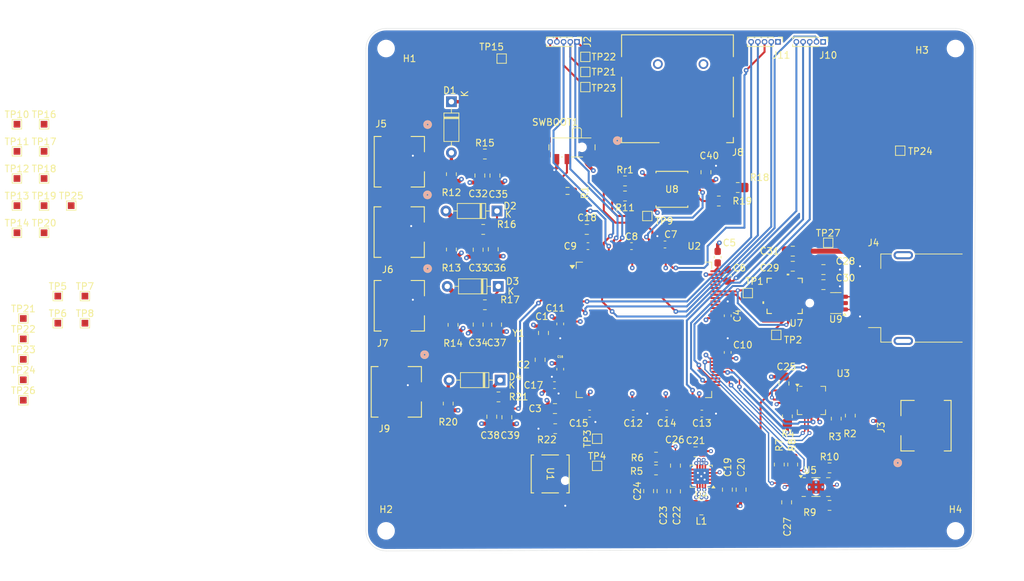
<source format=kicad_pcb>
(kicad_pcb (version 20240108) (generator "pcbnew") (generator_version "8.0")
  (layers (0 "F.Cu" signal) (1 "In1.Cu" signal) (2 "In2.Cu" signal) (31 "B.Cu" signal) (34 "B.Paste" user) (35 "F.Paste" user) (36 "B.SilkS" user "B.Silkscreen") (37 "F.SilkS" user "F.Silkscreen") (38 "B.Mask" user) (39 "F.Mask" user) (44 "Edge.Cuts" user))
  (net 0 "")
  (net 1 "/MCU/Eink_RST")
  (net 2 "Extra_3")
  (net 3 "Net-(D1-K)")
  (net 4 "/MCU/SPI1_MOSI")
  (net 5 "Net-(D2-K)")
  (net 6 "I2C4_SCL")
  (net 7 "/MCU/SPI1_NSS")
  (net 8 "/MCU/USART1_TX")
  (net 9 "/ExtraPeriphs/SD_MISO")
  (net 10 "SWDIO")
  (net 11 "/MCU/USART1_RX")
  (net 12 "SWCLK")
  (net 13 "/ExtraPeriphs/SD_CS")
  (net 14 "NRST")
  (net 15 "GND")
  (net 16 "/ExtraPeriphs/button1")
  (net 17 "USART2_TX")
  (net 18 "/MCU/Eink_Busy")
  (net 19 "V_5V")
  (net 20 "/MCU/SPI1_SCK")
  (net 21 "Extra_1")
  (net 22 "/MCU/Eink_D{slash}C")
  (net 23 "Extra_4")
  (net 24 "/LipoPower/Recharge_ST1")
  (net 25 "/ExtraPeriphs/button2")
  (net 26 "Extra_2")
  (net 27 "USART2_RX")
  (net 28 "/ExtraPeriphs/button3")
  (net 29 "+3.3V")
  (net 30 "/ExtraPeriphs/SD_MOSI")
  (net 31 "/LipoPower/Recharge_PG")
  (net 32 "I2C4_SDA")
  (net 33 "Extra_5")
  (net 34 "Net-(D3-K)")
  (net 35 "V_Batt")
  (net 36 "VBUS")
  (net 37 "/LipoPower/Recharge_ST2")
  (net 38 "/LipoPower/Monitor_GPOUT")
  (net 39 "Net-(U4-L2)")
  (net 40 "Net-(U4-FB)")
  (net 41 "Net-(U4-VAUX)")
  (net 42 "Net-(U4-L1)")
  (net 45 "Net-(U5-V_{DD})")
  (net 46 "Net-(U5-SRN)")
  (net 55 "Net-(D1-A)")
  (net 56 "Net-(D2-A)")
  (net 57 "Net-(D3-A)")
  (net 59 "/ExtraPeriphs/SD_SCK")
  (net 60 "SCK_LLS")
  (net 61 "DI_LLS")
  (net 62 "CS_LLC")
  (net 63 "DO_LLC")
  (net 64 "SPI2_NSS")
  (net 65 "SPI2_MOSI")
  (net 66 "SPI2_MISO")
  (net 67 "SPI2_SCK")
  (net 68 "/LipoPower/Monitor_SDA")
  (net 69 "/LipoPower/Monitor_SCL")
  (net 70 "/ExtraPeriphs/switch")
  (net 71 "Net-(U2-PH0)")
  (net 72 "Net-(U2-PH1)")
  (net 73 "Net-(U7-VDD)")
  (net 74 "Net-(D4-K)")
  (net 75 "Net-(D4-A)")
  (net 79 "Net-(SWBOOT1-B)")
  (net 80 "Net-(U2-PH3)")
  (net 81 "Net-(U3-PROG1)")
  (net 82 "Net-(U3-PROG3)")
  (net 83 "Net-(U3-THERM)")
  (net 84 "Net-(U8-2A)")
  (net 85 "Net-(U8-4A)")
  (net 86 "Net-(U8-3A)")
  (net 87 "Net-(U8-1A)")
  (net 193 "/USB-UART/USB_D+")
  (net 194 "/USB-UART/USB_D-")
  (footprint "Capacitor_SMD:C_0805_2012Metric_Pad1.18x1.45mm_HandSolder" (layer "F.Cu") (at 154.2 114.0625 90)
    (property "Reference" "C24")
    (property "Value" "22uF")
  )
  (footprint "" (layer "F.Cu") (at 162.5 113.85 180)
    (property "Reference" "")
    (property "Value" "")
  )
  (footprint "TestPoint:TestPoint_Pad_1.0x1.0mm" (layer "F.Cu") (at 63.95 75.5)
    (property "Reference" "TP20")
    (property "Value" "~")
  )
  (footprint "Capacitor_SMD:C_0805_2012Metric_Pad1.18x1.45mm_HandSolder" (layer "F.Cu") (at 138.5 90.4625 -90)
    (property "Reference" "C1")
    (property "Value" "4pF")
  )
  (footprint "Capacitor_SMD:C_0805_2012Metric_Pad1.18x1.45mm_HandSolder" (layer "F.Cu") (at 140.2125 101.75)
    (property "Reference" "C3")
    (property "Value" "100nF")
  )
  (footprint "Capacitor_SMD:C_0603_1608Metric_Pad1.08x0.95mm_HandSolder" (layer "F.Cu") (at 145.1375 77.5)
    (property "Reference" "C9")
    (property "Value" "100nF")
  )
  (footprint "Capacitor_SMD:C_0603_1608Metric_Pad1.08x0.95mm_HandSolder" (layer "F.Cu") (at 162.1375 102.5 180)
    (property "Reference" "C13")
    (property "Value" "100nF")
  )
  (footprint "Capacitor_SMD:C_0805_2012Metric_Pad1.18x1.45mm_HandSolder" (layer "F.Cu") (at 128.75 78.0375 -90)
    (property "Reference" "C33")
    (property "Value" "10pF")
  )
  (footprint "PCB_Lib:CP2102" (layer "F.Cu") (at 174.5 84.9259 180)
    (property "Reference" "U7")
    (property "Value" "CP2102-GMR")
  )
  (footprint "Resistor_SMD:R_0805_2012Metric_Pad1.20x1.40mm_HandSolder" (layer "F.Cu") (at 155.3 109 180)
    (property "Reference" "R6")
    (property "Value" "200k")
  )
  (footprint "TestPoint:TestPoint_Pad_1.0x1.0mm" (layer "F.Cu") (at 60.85 100.5)
    (property "Reference" "TP26")
    (property "Value" "~")
  )
  (footprint "Capacitor_SMD:C_0805_2012Metric_Pad1.18x1.45mm_HandSolder" (layer "F.Cu") (at 162.75 66.4625 90)
    (property "Reference" "C40")
    (property "Value" "C_Small")
  )
  (footprint "Capacitor_SMD:C_0805_2012Metric_Pad1.18x1.45mm_HandSolder" (layer "F.Cu") (at 128.75 89.2125 -90)
    (property "Reference" "C34")
    (property "Value" "10pF")
  )
  (footprint "Diode_THT:D_DO-35_SOD27_P7.62mm_Horizontal" (layer "F.Cu") (at 124.75 55.94 -90)
    (property "Reference" "D1")
    (property "Value" "1N4148")
  )
  (footprint "" (layer "F.Cu") (at 162.8 115 180)
    (property "Reference" "")
    (property "Value" "")
  )
  (footprint "Connector_PinHeader_1.00mm:PinHeader_1x05_P1.00mm_Vertical" (layer "F.Cu") (at 143.5 47 -90)
    (property "Reference" "J2")
    (property "Value" "Conn_01x05_Pin")
  )
  (footprint "TestPoint:TestPoint_Pad_1.0x1.0mm" (layer "F.Cu") (at 60.85 94.4)
    (property "Reference" "TP23")
    (property "Value" "~")
  )
  (footprint "PCB_Lib:JST Conn" (layer "F.Cu") (at 116.980499 64.899999 -90)
    (property "Reference" "J5")
    (property "Value" "JST Conn")
  )
  (footprint "Capacitor_SMD:C_0805_2012Metric_Pad1.18x1.45mm_HandSolder" (layer "F.Cu") (at 175.7125 80.5 180)
    (property "Reference" "C29")
    (property "Value" "1uF")
  )
  (footprint "" (layer "F.Cu") (at 161.7 113.85 180)
    (property "Reference" "")
    (property "Value" "")
  )
  (footprint "Capacitor_SMD:C_0805_2012Metric_Pad1.18x1.45mm_HandSolder" (layer "F.Cu") (at 131 77.9625 -90)
    (property "Reference" "C36")
    (property "Value" "100n")
  )
  (footprint "Capacitor_SMD:C_0805_2012Metric_Pad1.18x1.45mm_HandSolder" (layer "F.Cu") (at 168 113.85 -90)
    (property "Reference" "C20")
    (property "Value" "10uF")
  )
  (footprint "" (layer "F.Cu") (at 162.1 109.9 180)
    (property "Reference" "")
    (property "Value" "")
  )
  (footprint "TestPoint:TestPoint_Pad_1.0x1.0mm" (layer "F.Cu") (at 154 73)
    (property "Reference" "TP9")
    (property "Value" "~")
  )
  (footprint "" (layer "F.Cu") (at 161.7 114.5 180)
    (property "Reference" "")
    (property "Value" "")
  )
  (footprint "Capacitor_SMD:C_0805_2012Metric_Pad1.18x1.45mm_HandSolder" (layer "F.Cu") (at 158.2 110.2625 90)
    (property "Reference" "C26")
    (property "Value" "10pF")
  )
  (footprint "" (layer "F.Cu") (at 158.2 107.4 180)
    (property "Reference" "")
    (property "Value" "")
  )
  (footprint "Resistor_SMD:R_0805_2012Metric_Pad1.20x1.40mm_HandSolder" (layer "F.Cu") (at 175.7 110.1 90)
    (property "Reference" "R8")
    (property "Value" "10k")
  )
  (footprint "" (layer "F.Cu") (at 162.1 115 180)
    (property "Reference" "")
    (property "Value" "")
  )
  (footprint "Capacitor_SMD:C_0805_2012Metric_Pad1.18x1.45mm_HandSolder" (layer "F.Cu") (at 174.8 115.7375 -90)
    (property "Reference" "C27")
    (property "Value" "0.47uF")
  )
  (footprint "Connector_PinHeader_1.00mm:PinHeader_1x05_P1.00mm_Vertical" (layer "F.Cu") (at 173.5 47 -90)
    (property "Reference" "J11")
    (property "Value" "Conn_01x05_Pin")
  )
  (footprint "Resistor_SMD:R_0805_2012Metric_Pad1.20x1.40mm_HandSolder" (layer "F.Cu") (at 129.75 86.25)
    (property "Reference" "R17")
    (property "Value" "1k")
  )
  (footprint "Resistor_SMD:R_0805_2012Metric_Pad1.20x1.40mm_HandSolder" (layer "F.Cu") (at 184.3 102.8 -90)
    (property "Reference" "R2")
    (property "Value" "10K")
  )
  (footprint "" (layer "F.Cu") (at 162.4 109.4 180)
    (property "Reference" "")
    (property "Value" "")
  )
  (footprint "Capacitor_SMD:C_0805_2012Metric_Pad1.18x1.45mm_HandSolder" (layer "F.Cu") (at 175.7125 78.25 180)
    (property "Reference" "C31")
    (property "Value" "0.1uF")
  )
  (footprint "PCB_Lib:JST Conn" (layer "F.Cu") (at 116.980499 86.399999 -90)
    (property "Reference" "J7")
    (property "Value" "JST Conn")
  )
  (footprint "Capacitor_SMD:C_0603_1608Metric_Pad1.08x0.95mm_HandSolder" (layer "F.Cu") (at 151.6375 77.5)
    (property "Reference" "C8")
    (property "Value" "100nF")
  )
  (footprint "Capacitor_SMD:C_0805_2012Metric_Pad1.18x1.45mm_HandSolder" (layer "F.Cu") (at 144.9625 75)
    (property "Reference" "C18")
    (property "Value" "4.7uF")
  )
  (footprint "Resistor_SMD:R_0603_1608Metric_Pad0.98x0.95mm_HandSolder" (layer "F.Cu") (at 142.0875 69.25)
    (property "Reference" "R1")
    (property "Value" "10k")
  )
  (footprint "" (layer "F.Cu") (at 162.8 109.9 180)
    (property "Reference" "")
    (property "Value" "")
  )
  (footprint "TestPoint:TestPoint_Pad_1.0x1.0mm" (layer "F.Cu") (at 66 89)
    (property "Reference" "TP6")
    (property "Value" "E_SCK")
  )
  (footprint "MountingHole:MountingHole_2.1mm" (layer "F.Cu") (at 115 120)
    (property "Reference" "H2")
    (property "Value" "MountingHole")
  )
  (footprint "Capacitor_SMD:C_0805_2012Metric_Pad1.18x1.45mm_HandSolder" (layer "F.Cu") (at 156.2 114.0625 90)
    (property "Reference" "C23")
    (property "Value" "22uF")
  )
  (footprint "TestPoint:TestPoint_Pad_1.0x1.0mm" (layer "F.Cu") (at 63.95 71.45)
    (property "Reference" "TP19")
    (property "Value" "~")
  )
  (footprint "TestPoint:TestPoint_Pad_1.0x1.0mm" (layer "F.Cu") (at 66 84.95)
    (property "Reference" "TP5")
    (property "Value" "E_RST")
  )
  (footprint "TestPoint:TestPoint_Pad_1.0x1.0mm" (layer "F.Cu") (at 173.25 90.75)
    (property "Reference" "TP2")
    (property "Value" "UART_RX")
  )
  (footprint "Capacitor_SMD:C_0805_2012Metric_Pad1.18x1.45mm_HandSolder" (layer "F.Cu") (at 130.780499 102.962499 -90)
    (property "Reference" "C38")
    (property "Value" "10pF")
  )
  (footprint "PCB_Lib:SD_Reader" (layer "F.Cu") (at 158.5 54 180)
    (property "Reference" "J8")
    (property "Value" "Micro_SD_Card_Det1")
  )
  (footprint "MountingHole:MountingHole_2.1mm" (layer "F.Cu") (at 200 120)
    (property "Reference" "H4")
    (property "Value" "MountingHole")
  )
  (footprint "TestPoint:TestPoint_Pad_1.0x1.0mm" (layer "F.Cu") (at 60.85 97.45)
    (property "Reference" "TP24")
    (property "Value" "~")
  )
  (footprint "Resistor_SMD:R_0805_2012Metric_Pad1.20x1.40mm_HandSolder" (layer "F.Cu") (at 129.5 75)
    (property "Reference" "R16")
    (property "Value" "1k")
  )
  (footprint "TestPoint:TestPoint_Pad_1.0x1.0mm" (layer "F.Cu") (at 59.9 71.45)
    (property "Reference" "TP13")
    (property "Value" "NSRT")
  )
  (footprint "TestPoint:TestPoint_Pad_1.0x1.0mm" (layer "F.Cu") (at 181 77)
    (property "Reference" "TP27")
    (property "Value" "VBUS")
  )
  (footprint "" (layer "F.Cu") (at 161.3 109.9 180)
    (property "Reference" "")
    (property "Value" "")
  )
  (footprint "Package_QFP:LQFP-144_20x20mm_P0.5mm" (layer "F.Cu") (at 153.5 90)
    (property "Reference" "U2")
    (property "Value" "STM32L496ZGTxP")
  )
  (footprint "Capacitor_SMD:C_0805_2012Metric_Pad1.18x1.45mm_HandSolder" (layer "F.Cu") (at 180.2875 83.25 180)
    (property "Reference" "C30")
    (property "Value" "0.1uF")
  )
  (footprint "Package_DFN_QFN:QFN-20-1EP_4x4mm_P0.5mm_EP2.5x2.5mm" (layer "F.Cu") (at 178.5 100.5375)
    (property "Reference" "U3")
    (property "Value" "MCP73871")
  )
  (footprint "TestPoint:TestPoint_Pad_1.0x1.0mm" (layer "F.Cu") (at 63.95 63.35)
    (property "Reference" "TP17")
    (property "Value" "~")
  )
  (footprint "Connector_PinHeader_1.00mm:PinHeader_1x05_P1.00mm_Vertical" (layer "F.Cu") (at 180.25 47 -90)
    (property "Reference" "J10")
    (property "Value" "Conn_01x05_Pin")
  )
  (footprint "Capacitor_SMD:C_0805_2012Metric_Pad1.18x1.45mm_HandSolder" (layer "F.Cu") (at 165.95 113.85 -90)
    (property "Reference" "C19")
    (property "Value" "10uF")
  )
  (footprint "Capacitor_SMD:C_0603_1608Metric_Pad1.08x0.95mm_HandSolder" (layer "F.Cu") (at 141 95.8625 90)
    (property "Reference" "C16")
    (property "Value" "100nF")
  )
  (footprint "Capacitor_SMD:C_0805_2012Metric_Pad1.18x1.45mm_HandSolder" (layer "F.Cu") (at 131.25 66.9625 -90)
    (property "Reference" "C35")
    (property "Value" "100n")
  )
  (footprint "Capacitor_SMD:C_0603_1608Metric_Pad1.08x0.95mm_HandSolder" (layer "F.Cu") (at 156.6375 77.25)
    (property "Reference" "C7")
    (property "Value" "100nF")
  )
  (footprint "TestPoint:TestPoint_Pad_1.0x1.0mm" (layer "F.Cu") (at 59.9 59.3)
    (property "Reference" "TP10")
    (property "Value" "~")
  )
  (footprint "TestPoint:TestPoint_Pad_1.0x1.0mm" (layer "F.Cu") (at 63.95 59.3)
    (property "Reference" "TP16")
    (property "Value" "~")
  )
  (footprint "Button_Switch_SMD:SW_SPDT_PCM12" (layer "F.Cu") (at 142.75 63.07 180)
    (property "Reference" "SWBOOT1")
    (property "Value" "PCM12SMTR")
  )
  (footprint "Capacitor_SMD:C_0603_1608Metric_Pad1.08x0.95mm_HandSolder" (layer "F.Cu") (at 141 89.1125 90)
    (property "Reference" "C11")
    (property "Value" "100nF")
  )
  (footprint "Diode_THT:D_DO-35_SOD27_P7.62mm_Horizontal" (layer "F.Cu") (at 131.75 83.5 180)
    (property "Reference" "D3")
    (property "Value" "1N4148")
  )
  (footprint "PCB_Lib:XTAL_ABS04W-32.768KHZ-4-D2-T5" (layer "F.Cu") (at 136.165 92.09)
    (property "Reference" "Y1")
    (property "Value" "Y1")
  )
  (footprint "Capacitor_SMD:C_0603_1608Metric_Pad1.08x0.95mm_HandSolder" (layer "F.Cu") (at 166 81.8625 90)
    (property "Reference" "C6")
    (property "Value" "100nF")
  )
  (footprint "Resistor_SMD:R_0805_2012Metric_Pad1.20x1.40mm_HandSolder" (layer "F.Cu") (at 140.25 104.75 180)
    (property "Reference" "R22")
    (property "Value" "R_Small")
  )
  (footprint "Resistor_SMD:R_0805_2012Metric_Pad1.20x1.40mm_HandSolder" (layer "F.Cu") (at 125 89.25 -90)
    (property "Reference" "R14")
    (property "Value" "100k")
  )
  (footprint "TestPoint:TestPoint_Pad_1.0x1.0mm" (layer "F.Cu") (at 63.95 67.4)
    (property "Reference" "TP18")
    (property "Value" "~")
  )
  (footprint "Diode_THT:D_DO-35_SOD27_P7.62mm_Horizontal" (layer "F.Cu") (at 131.56 72.25 180)
    (property "Reference" "D2")
    (property "Value" "1N4148")
  )
  (footprint "TestPoint:TestPoint_Pad_1.0x1.0mm" (layer "F.Cu") (at 146.5 106.25 90)
    (property "Reference" "TP3")
    (property "Value" "E_MOSI")
  )
  (footprint "Capacitor_SMD:C_0805_2012Metric_Pad1.18x1.45mm_HandSolder" (layer "F.Cu") (at 138 94.4625 90)
    (property "Reference" "C2")
    (property "Value" "4pF")
  )
  (footprint "Resistor_SMD:R_0805_2012Metric_Pad1.20x1.40mm_HandSolder" (layer "F.Cu") (at 150.6687 70.0149)
    (property "Reference" "R11")
    (property "Value" "3.3k")
  )
  (footprint "TestPoint:TestPoint_Pad_1.0x1.0mm" (layer "F.Cu") (at 144.75 49.25)
    (property "Reference" "TP22")
    (property "Value" "~")
  )
  (footprint "Resistor_SMD:R_0805_2012Metric_Pad1.20x1.40mm_HandSolder" (layer "F.Cu") (at 155.3 110.9)
    (property "Reference" "R5")
    (property "Value" "1.2M")
  )
  (footprint "PCB_Lib:PTS256" (layer "F.Cu") (at 139.5 111.5 -90)
    (property "Reference" "U1")
    (property "Value" "PTS526 SK15 SMTR2 LFS" (hide yes))
  )
  (footprint "" (layer "F.Cu") (at 163.5 108.1 180)
    (property "Reference" "")
    (property "Value" "")
  )
  (footprint "Resistor_SMD:R_0805_2012Metric_Pad1.20x1.40mm_HandSolder" (layer "F.Cu") (at 181.2 110.6)
    (property "Reference" "R10")
    (property "Value" "10k")
  )
  (footprint "Resistor_SMD:R_0805_2012Metric_Pad1.20x1.40mm_HandSolder" (layer "F.Cu") (at 124.75 66.75 -90)
    (property "Reference" "R12")
    (property "Value" "100k")
  )
  (footprint "TestPoint:TestPoint_Pad_1.0x1.0mm" (layer "F.Cu") (at 60.85 88.3)
    (property "Reference" "TP21")
    (property "Value" "~")
  )
  (footprint "Capacitor_SMD:C_0603_1608Metric_Pad1.08x0.95mm_HandSolder" (layer "F.Cu") (at 166 93.3625 -90)
    (property "Reference" "C10")
    (property "Value" "100nF")
  )
  (footprint "Capacitor_SMD:C_0603_1608Metric_Pad1.08x0.95mm_HandSolder" (layer "F.Cu") (at 166 87.8875 -90)
    (property "Reference" "C4")
    (property "Value" "100nF")
  )
  (footprint "Resistor_SMD:R_0805_2012Metric_Pad1.20x1.40mm_HandSolder" (layer "F.Cu") (at 167.5 68.75)
    (property "Reference" "R18")
    (property "Value" "3.3k")
  )
  (footprint "TestPoint:TestPoint_Pad_1.0x1.0mm" (layer "F.Cu") (at 146.5 110.3)
    (property "Reference" "TP4")
    (property "Value" "E_NSS")
  )
  (footprint "MountingHole:MountingHole_2.1mm" (layer "F.Cu") (at 115 48)
    (property "Reference" "H1")
    (property "Value" "MountingHole")
  )
  (footprint "TestPoint:TestPoint_Pad_1.0x1.0mm" (layer "F.Cu") (at 169 84.5)
    (property "Reference" "TP1")
    (property "Value" "UART_TX")
  )
  (footprint "Resistor_SMD:R_0805_2012Metric_Pad1.20x1.40mm_HandSolder" (layer "F.Cu") (at 164.6687 70.7649)
    (property "Reference" "R19")
    (property "Value" "3.3k")
  )
  (footprint "TestPoint:TestPoint_Pad_1.0x1.0mm" (layer "F.Cu") (at 144.75 51.5)
    (property "Reference" "TP21")
    (property "Value" "~")
  )
  (footprint "Resistor_SMD:R_0805_2012Metric_Pad1.20x1.40mm_HandSolder" (layer "F.Cu") (at 124.75 78 -90)
    (property "Reference" "R13")
    (property "Value" "100k")
  )
  (footprint "TestPoint:TestPoint_Pad_1.0x1.0mm" (layer "F.Cu") (at 59.9 75.5)
    (property "Reference" "TP14")
    (property "Value" "BOOT0")
  )
  (footprint "Capacitor_SMD:C_0805_2012Metric_Pad1.18x1.45mm_HandSolder" (layer "F.Cu") (at 158.2 114.1 90)
    (property "Reference" "C22")
    (property "Value" "22uF")
  )
  (footprint "Capacitor_SMD:C_0603_1608Metric_Pad1.08x0.95mm_HandSolder" (layer "F.Cu") (at 140.1375 98.25 180)
    (property "Reference" "C17")
    (property "Value" "100nF")
  )
  (footprint "TestPoint:TestPoint_Pad_1.0x1.0mm" (layer "F.Cu") (at 144.75 53.75)
    (property "Reference" "TP23")
    (property "Value" "~")
  )
  (footprint "Resistor_SMD:R_0805_2012Metric_Pad1.20x1.40mm_HandSolder" (layer "F.Cu") (at 129.75 63.75)
    (property "Reference" "R15")
    (property "Value" "1k")
  )
  (footprint "Resistor_SMD:R_0805_2012Metric_Pad1.20x1.40mm_HandSolder" (layer "F.Cu") (at 182.2 103.25 -90)
    (property "Reference" "R3")
    (property "Value" "15K")
  )
  (footprint "TestPoint:TestPoint_Pad_1.0x1.0mm" (layer "F.Cu") (at 191.75 63.25)
    (property "Reference" "TP24")
    (property "Value" "~")
  )
  (footprint "Capacitor_SMD:C_0805_2012Metric_Pad1.18x1.45mm_HandSolder" (layer "F.Cu") (at 161.2 108.2)
    (property "Reference" "C21")
    (property "Value" "0.1uF")
  )
  (footprint "Connector_USB:USB_A_Receptacle_GCT_USB1046" (layer "F.Cu") (at 195.76 85.25 90)
    (property "Reference" "J4")
    (property "Value" "USB_A")
  )
  (footprint "Resistor_SMD:R_0805_2012Metric_Pad1.20x1.40mm_HandSolder" (layer "F.Cu") (at 131.780499 99.999999)
    (property "Reference" "R21")
    (property "Value" "1k")
  )
  (footprint "Resistor_SMD:R_0805_2012Metric_Pad1.20x1.40mm_HandSolder" (layer "F.Cu") (at 181.2 116.2)
    (property "Reference" "R9")
    (property "Value" "10m")
  )
  (footprint "PCB_Lib:JST Conn" (layer "F.Cu") (at 195.6 104.3 90)
    (property "Reference" "J3")
    (property "Value" "Battery Connector")
  )
  (footprint "MountingHole:MountingHole_2.1mm" (layer "F.Cu") (at 200 48)
    (property "Reference" "H3")
    (property "Value" "MountingHole")
  )
  (footprint "TestPoint:TestPoint_Pad_1.0x1.0mm" (layer "F.Cu") (at 60.85 91.35)
    (property "Reference" "TP22")
    (property "Value" "~")
  )
  (footprint "Package_SON:Texas_S-PWSON-N10_ThermalVias" (layer "F.Cu") (at 162.05 111.85 180)
    (property "Reference" "U4")
    (property "Value" "TPS63060")
  )
  (footprint "TestPoint:TestPoint_Pad_1.0x1.0mm" (layer "F.Cu") (at 70.05 89)
    (property "Reference" "TP8")
    (property "Value" "E_Busy")
  )
  (footprint "Capacitor_SMD:C_0805_2012Metric_Pad1.18x1.45mm_HandSolder" (layer "F.Cu") (at 174.4 98 90)
    (property "Reference" "C25")
    (property "Value" "4.7 uF")
  )
  (footprint "Capacitor_SMD:C_0805_2012Metric_Pad1.18x1.45mm_HandSolder" (layer "F.Cu") (at 180.2875 81 180)
    (property "Reference" "C28")
    (property "Value" "4.7uF")
  )
  (footprint "TestPoint:TestPoint_Pad_1.0x1.0mm" (layer "F.Cu") (at 132.25 49.5)
    (property "Reference" "TP15")
    (property "Value" "~")
  )
  (footprint "Resistor_SMD:R_0805_2012Metric_Pad1.20x1.40mm_HandSolder" (layer "F.Cu") (at 150.6687 67.7649)
    (property "Reference" "Rr1")
    (property "Value" "3.3k")
  )
  (footprint "Resistor_SMD:R_0805_2012Metric_Pad1.20x1.40mm_HandSolder" (layer "F.Cu") (at 174.9 102.9 -90)
    (property "Reference" "R4")
    (property "Value" "15K")
  )
  (footprint "" (layer "F.Cu") (at 162.5 114.5 180)
    (property "Reference" "")
    (property "Value" "")
  )
  (footprint "TestPoint:TestPoint_Pad_1.0x1.0mm" (layer "F.Cu") (at 59.9 63.35)
    (property "Reference" "TP11")
    (property "Value" "~")
  )
  (footprint "TestPoint:TestPoint_Pad_1.0x1.0mm" (layer "F.Cu") (at 59.9 67.4)
    (property "Reference" "TP12")
    (property "Value" "~")
  )
  (footprint "Capacitor_SMD:C_0603_1608Metric_Pad1.08x0.95mm_HandSolder" (layer "F.Cu") (at 164.5 79.1375 90)
    (property "Reference" "C5")
    (property "Value" "100nF")
  )
  (footprint "PCB_Lib:74LVC" (layer "F.Cu") (at 157.6687 69.0149)
    (property "Reference" "U8")
    (property "Value" "74LVC125APW_118")
  )
  (footprint "Capacitor_SMD:C_0805_2012Metric_Pad1.18x1.45mm_HandSolder" (layer "F.Cu") (at 129 66.9625 -90)
    (property "Reference" "C32")
    (property "Value" "10pF")
  )
  (footprint "" (layer "F.Cu") (at 161.3 115 180)
    (property "Reference" "")
    (property "Value" "")
  )
  (footprint "Capacitor_SMD:C_0603_1608Metric_Pad1.08x0.95mm_HandSolder" (layer "F.Cu") (at 145.3875 102.5 180)
    (property "Reference" "C15")
    (property "Value" "100nF")
  )
  (footprint "" (layer "F.Cu") (at 161.7 109.4 180)
    (property "Reference" "")
    (property "Value" "")
  )
  (footprint "PCB_Lib:JST Conn" (layer "F.Cu") (at 116.530499 99.249999 -90)
    (property "Reference" "J9")
    (property "Value" "JST Conn")
  )
  (footprint "" (layer "F.Cu") (at 164.79 111.25 180)
    (property "Reference" "")
    (property "Value" "")
  )
  (footprint "PCB_Lib:JST Conn" (layer "F.Cu") (at 116.960998 75.399999 -90)
    (property "Reference" "J6")
    (property "Value" "JST Conn")
  )
  (footprint "Capacitor_SMD:C_0805_2012Metric_Pad1.18x1.45mm_HandSolder" (layer "F.Cu") (at 131.5 89.2125 -90)
    (property "Reference" "C37")
    (property "Value" "100n")
  )
  (footprint "Resistor_SMD:R_0805_2012Metric_Pad1.20x1.40mm_HandSolder" (layer "F.Cu") (at 173.7 110.1 90)
    (property "Reference" "R7")
    (property "Value" "10k")
  )
  (footprint "Diode_THT:D_DO-35_SOD27_P7.62mm_Horizontal" (layer "F.Cu") (at 132.030499 97.499999 180)
    (property "Reference" "D4")
    (property "Value" "1N4148")
  )
  (footprint "Capacitor_SMD:C_0603_1608Metric_Pad1.08x0.95mm_HandSolder" (layer "F.Cu") (at 156.8875 102.5 180)
    (property "Reference" "C14")
    (property "Value" "100nF")
  )
  (footprint "TestPoint:TestPoint_Pad_1.0x1.0mm" (layer "F.Cu") (at 70.05 84.95)
    (property "Reference" "TP7")
    (property "Value" "E_D/C")
  )
  (footprint "TestPoint:TestPoint_Pad_1.0x1.0mm" (layer "F.Cu") (at 68 71.45)
    (property "Reference" "TP25")
    (property "Value" "~")
  )
  (footprint "Capacitor_SMD:C_0805_2012Metric_Pad1.18x1.45mm_HandSolder" (layer "F.Cu") (at 133.030499 103.037499 -90)
    (property "Reference" "C39")
    (property "Value" "100n")
  )
  (footprint "Resistor_SMD:R_0805_2012Metric_Pad1.20x1.40mm_HandSolder" (layer "F.Cu") (at 124.280499 100.999999 -90)
    (property "Reference" "R20")
    (property "Value" "100k")
  )
  (footprint "Inductor_SMD:L_1008_2520Metric_Pad1.43x2.20mm_HandSolder" (layer "F.Cu") (at 162.0625 116.5 180)
    (property "Reference" "L1")
    (property "Value" "1uH")
  )
  (footprint "Package_TO_SOT_SMD:SOT-23-6" (layer "F.Cu") (at 182.1375 86 180)
    (property "Reference" "U9")
    (property "Value" "USBLC6-2SC6")
  )
  (footprint "Package_SON:Texas_S-PDSO-N12" (layer "F.Cu") (at 179.175 113.4625)
    (property "Reference" "U5")
    (property "Value" "BQ27441-G1")
  )
  (footprint "Capacitor_SMD:C_0603_1608Metric_Pad1.08x0.95mm_HandSolder" (layer "F.Cu") (at 151.8875 102.5 180)
    (property "Reference" "C12")
    (property "Value" "100nF")
  )
  (gr_line (start 115 45) (end 200 45) (stroke (width 0.05)) (layer "Edge.Cuts"))
  (gr_line (start 112 120) (end 112 48) (stroke (width 0.05)) (layer "Edge.Cuts"))
  (gr_line (start 200 122.75) (end 115 123) (stroke (width 0.05)) (layer "Edge.Cuts"))
  (gr_arc (start 200 45) (mid 202.12132 45.87868) (end 203 48) (stroke (width 0.05)) (layer "Edge.Cuts"))
  (gr_line (start 202.75 120) (end 203 48) (stroke (width 0.05)) (layer "Edge.Cuts"))
  (gr_arc (start 112 48) (mid 112.87868 45.87868) (end 115 45) (stroke (width 0.05)) (layer "Edge.Cuts"))
  (gr_arc (start 115 123) (mid 112.87868 122.12132) (end 112 120) (stroke (width 0.05)) (layer "Edge.Cuts"))
  (gr_arc (start 202.75 120) (mid 201.944544 121.944544) (end 200 122.75) (stroke (width 0.05)) (layer "Edge.Cuts"))
  (segment (start 147.50312 78.25) (end 147.75 78.49688) (width 0.3) (layer "F.Cu") (net 2))
  (segment (start 148.25 76.25) (end 148.5 76) (width 0.3) (layer "F.Cu") (net 2))
  (segment (start 147.75 78.49688) (end 147.75 79.3375) (width 0.3) (layer "F.Cu") (net 2))
  (segment (start 147.5 78.25) (end 147.50312 78.25) (width 0.3) (layer "F.Cu") (net 2))
  (segment (start 147.5 77) (end 147.5 78.25) (width 0.3) (layer "F.Cu") (net 2))
  (segment (start 141.5 50.5) (end 141.5 47) (width 0.3) (layer "F.Cu") (net 2))
  (segment (start 148.25 76.25) (end 147.5 77) (width 0.3) (layer "F.Cu") (net 2))
  (segment (start 144.75 53.75) (end 141.5 50.5) (width 0.3) (layer "F.Cu") (net 2))
  (via (at 148.5 76) (size 0.7) (drill 0.3) (layers "F.Cu" "B.Cu") (net 2))
  (segment (start 148.5 76) (end 148.9 75.6) (width 0.3) (layer "B.Cu") (net 2))
  (segment (start 141.5 58.75) (end 141.5 47) (width 0.3) (layer "B.Cu") (net 2))
  (segment (start 148.9 75.6) (end 148.9 73.942894) (width 0.3) (layer "B.Cu") (net 2))
  (segment (start 140 60.25) (end 141.5 58.75) (width 0.3) (layer "B.Cu") (net 2))
  (segment (start 148.9 73.942894) (end 140 65.042894) (width 0.3) (layer "B.Cu") (net 2))
  (segment (start 140 65.042894) (end 140 60.25) (width 0.3) (layer "B.Cu") (net 2))
  (segment (start 128.75 58.25) (end 128.75 63.75) (width 0.5) (layer "F.Cu") (net 3))
  (segment (start 129 64) (end 128.75 63.75) (width 0.5) (layer "F.Cu") (net 3))
  (segment (start 129 65.925) (end 129 64) (width 0.5) (layer "F.Cu") (net 3))
  (segment (start 124.75 55.94) (end 126.44 55.94) (width 0.5) (layer "F.Cu") (net 3))
  (segment (start 126.44 55.94) (end 128.75 58.25) (width 0.5) (layer "F.Cu") (net 3))
  (segment (start 128.75 73.75) (end 128.5 74) (width 0.3) (layer "F.Cu") (net 5))
  (segment (start 128.75 77) (end 128.75 75.25) (width 0.75) (layer "F.Cu") (net 5))
  (segment (start 128.75 75.25) (end 128.5 75) (width 0.75) (layer "F.Cu") (net 5))
  (segment (start 131.56 72.25) (end 131.56 73.44) (width 0.3) (layer "F.Cu") (net 5))
  (segment (start 131.56 73.44) (end 131.25 73.75) (width 0.3) (layer "F.Cu") (net 5))
  (segment (start 128.5 74) (end 128.5 75) (width 0.3) (layer "F.Cu") (net 5))
  (segment (start 131.25 73.75) (end 128.75 73.75) (width 0.3) (layer "F.Cu") (net 5))
  (segment (start 144.75 87.5) (end 143.978123 86.728123) (width 0.3) (layer "F.Cu") (net 6))
  (segment (start 143.978123 86.728123) (end 143.978123 86.550003) (width 0.3) (layer "F.Cu") (net 6))
  (segment (start 143.978123 86.550003) (end 143.67812 86.25) (width 0.3) (layer "F.Cu") (net 6))
  (segment (start 143.67812 86.25) (end 142.8375 86.25) (width 0.3) (layer "F.Cu") (net 6))
  (via (at 144.75 87.5) (size 0.7) (drill 0.3) (layers "F.Cu" "B.Cu") (net 6))
  (segment (start 144.75 86.800003) (end 145.050003 86.5) (width 0.3) (layer "B.Cu") (net 6))
  (segment (start 170.5 75.876346) (end 170.5 47) (width 0.3) (layer "B.Cu") (net 6))
  (segment (start 144.75 87.5) (end 144.75 86.800003) (width 0.3) (layer "B.Cu") (net 6))
  (segment (start 145.050003 86.5) (end 159.876346 86.5) (width 0.3) (layer "B.Cu") (net 6))
  (segment (start 159.876346 86.5) (end 170.5 75.876346) (width 0.3) (layer "B.Cu") (net 6))
  (segment (start 167.25 84.75) (end 164.1625 84.75) (width 0.3) (layer "F.Cu") (net 8))
  (segment (start 174.5 87.25) (end 174.5 88.5) (width 0.3) (layer "F.Cu") (net 8))
  (segment (start 174.5 88.5) (end 174.25 88.75) (width 0.3) (layer "F.Cu") (net 8))
  (segment (start 173.25 90.75) (end 173.25 89.75) (width 0.3) (layer "F.Cu") (net 8))
  (segment (start 174.25 88.75) (end 171.25 88.75) (width 0.3) (layer "F.Cu") (net 8))
  (segment (start 171.25 88.75) (end 167.25 84.75) (width 0.3) (layer "F.Cu") (net 8))
  (segment (start 173.25 89.75) (end 174.25 88.75) (width 0.3) (layer "F.Cu") (net 8))
  (segment (start 162.25 69.5) (end 161.7649 69.0149) (width 0.3) (layer "F.Cu") (net 9))
  (segment (start 161.7649 69.0149) (end 160.62145 69.0149) (width 0.3) (layer "F.Cu") (net 9))
  (segment (start 154.25 79.3375) (end 154.25 76.51005) (width 0.3) (layer "F.Cu") (net 9))
  (segment (start 154.25 76.51005) (end 153.865985 76.126035) (width 0.3) (layer "F.Cu") (net 9))
  (via (at 162.25 69.5) (size 0.7) (drill 0.3) (layers "F.Cu" "B.Cu") (net 9))
  (via (at 153.865985 76.126035) (size 0.7) (drill 0.3) (layers "F.Cu" "B.Cu") (net 9))
  (segment (start 153.865985 76.126035) (end 154.1 75.89202) (width 0.3) (layer "B.Cu") (net 9))
  (segment (start 156.5 73.25) (end 154.1 75.65) (width 0.3) (layer "B.Cu") (net 9))
  (segment (start 154.1 75.89202) (end 154.1 75.65) (width 0.3) (layer "B.Cu") (net 9))
  (segment (start 162.25 71.75) (end 160.75 73.25) (width 0.3) (layer "B.Cu") (net 9))
  (segment (start 162.25 69.5) (end 162.25 71.75) (width 0.3) (layer "B.Cu") (net 9))
  (segment (start 160.75 73.25) (end 156.5 73.25) (width 0.3) (layer "B.Cu") (net 9))
  (segment (start 167.5 84.1) (end 167.35 84.25) (width 0.3) (layer "F.Cu") (net 11))
  (segment (start 174.999999 89.000001) (end 174.75 89.25) (width 0.3) (layer "F.Cu") (net 11))
  (segment (start 174.999999 87.25) (end 174.999999 89.000001) (width 0.3) (layer "F.Cu") (net 11))
  (segment (start 168.6 84.1) (end 169 84.5) (width 0.3) (layer "F.Cu") (net 11))
  (segment (start 167.35 84.25) (end 164.1625 84.25) (width 0.3) (layer "F.Cu") (net 11))
  (segment (start 167.5 84.1) (end 168.6 84.1) (width 0.3) (layer "F.Cu") (net 11))
  (via (at 167.5 84.1) (size 0.6) (drill 0.3) (layers "F.Cu" "B.Cu") (net 11))
  (via (at 174.75 89.25) (size 0.6) (drill 0.3) (layers "F.Cu" "B.Cu") (net 11))
  (segment (start 167.5 86) (end 170.75 89.25) (width 0.3) (layer "B.Cu") (net 11))
  (segment (start 170.75 89.25) (end 174.75 89.25) (width 0.3) (layer "B.Cu") (net 11))
  (segment (start 167.5 84.1) (end 167.5 86) (width 0.3) (layer "B.Cu") (net 11))
  (segment (start 141.25 100.5) (end 141.25 101.75) (width 0.3) (layer "F.Cu") (net 14))
  (segment (start 144.75 94) (end 144.75 99) (width 0.3) (layer "F.Cu") (net 14))
  (segment (start 141.3542 104.56865) (end 141.3542 101.8542) (width 0.5) (layer "F.Cu") (net 14))
  (segment (start 141.3542 101.8542) (end 141.25 101.75) (width 0.5) (layer "F.Cu") (net 14))
  (segment (start 141.25 108.21445) (end 141.3542 108.31865) (width 0.6) (layer "F.Cu") (net 14))
  (segment (start 144 93.25) (end 144.75 94) (width 0.3) (layer "F.Cu") (net 14))
  (segment (start 144.75 99) (end 144 99.75) (width 0.3) (layer "F.Cu") (net 14))
  (segment (start 141.25 104.75) (end 141.25 108.21445) (width 0.6) (layer "F.Cu") (net 14))
  (segment (start 144 99.75) (end 142 99.75) (width 0.3) (layer "F.Cu") (net 14))
  (segment (start 142.8375 93.25) (end 144 93.25) (width 0.3) (layer "F.Cu") (net 14))
  (segment (start 142 99.75) (end 141.25 100.5) (width 0.3) (layer "F.Cu") (net 14))
  (segment (start 141.3542 114.68135) (end 141.3542 115.8542) (width 0.6) (layer "F.Cu") (net 15))
  (segment (start 165.47812 94.225) (end 166 94.225) (width 0.3) (layer "F.Cu") (net 15))
  (segment (start 141.5 88.25) (end 141 88.25) (width 0.3) (layer "F.Cu") (net 15))
  (segment (start 144.525 102.22812) (end 144.525 102.5) (width 0.3) (layer "F.Cu") (net 15))
  (segment (start 167.225 94.225) (end 167.25 94.25) (width 0.3) (layer "F.Cu") (net 15))
  (segment (start 146.5 76.25) (end 146 76.75) (width 0.75) (layer "F.Cu") (net 15))
  (segment (start 156.99688 78.25) (end 157 78.25) (width 0.3) (layer "F.Cu") (net 15))
  (segment (start 156.75 78.49688) (end 156.99688 78.25) (width 0.3) (layer "F.Cu") (net 15))
  (segment (start 141.99688 88.75) (end 141.75 88.50312) (width 0.3) (layer "F.Cu") (net 15))
  (segment (start 124.280499 101.999999) (end 125.749999 101.999999) (width 0.6) (layer "F.Cu") (net 15))
  (segment (start 164.1625 88.25) (end 163 88.25) (width 0.3) (layer "F.Cu") (net 15))
  (segment (start 177.633698 85.425899) (end 176.8241 85.425899) (width 0.3) (layer "F.Cu") (net 15))
  (segment (start 154.71595 71.71595) (end 155.5 72.5) (width 0.5) (layer "F.Cu") (net 15))
  (segment (start 162.7149 67.7149) (end 162.75 67.75) (width 0.3) (layer "F.Cu") (net 15))
  (segment (start 165.5 88.25) (end 166 88.75) (width 0.3) (layer "F.Cu") (net 15))
  (segment (start 124.75 67.75) (end 126 67.75) (width 0.6) (layer "F.Cu") (net 15))
  (segment (start 145.25 99.5) (end 145.5 99.25) (width 0.3) (layer "F.Cu") (net 15))
  (segment (start 154.3 107.5) (end 154.4 107.4) (width 0.2) (layer "F.Cu") (net 15))
  (segment (start 142.8375 88.75) (end 144 88.75) (width 0.3) (layer "F.Cu") (net 15))
  (segment (start 179.5 102.475) (end 179.5 103.5) (width 0.3) (layer "F.Cu") (net 15))
  (segment (start 164.1625 88.25) (end 165.5 88.25) (width 0.3) (layer "F.Cu") (net 15))
  (segment (start 137.175 89.425) (end 137 89.25) (width 0.5) (layer "F.Cu") (net 15))
  (segment (start 173.5 100.9) (end 175.702404 100.9) (width 0.3) (layer "F.Cu") (net 15))
  (segment (start 133.030499 104.074999) (end 134.425001 104.074999) (width 0.6) (layer "F.Cu") (net 15))
  (segment (start 141 88.25) (end 140 88.25) (width 0.5) (layer "F.Cu") (net 15))
  (segment (start 158.2 109.225) (end 158.2 107.4) (width 0.2) (layer "F.Cu") (net 15))
  (segment (start 191.330498 103.6) (end 191.380499 103.549999) (width 0.5) (layer "F.Cu") (net 15))
  (segment (start 129.250001 103.999999) (end 129.25 104) (width 0.6) (layer "F.Cu") (net 15))
  (segment (start 156.75 101.50312) (end 156.025 102.22812) (width 0.3) (layer "F.Cu") (net 15))
  (segment (start 161.50312 101.75) (end 161.5 101.75) (width 0.3) (layer "F.Cu") (net 15))
  (segment (start 154.71595 67.064899) (end 153.814899 67.064899) (width 0.33) (layer "F.Cu") (net 15))
  (segment (start 125.749999 101.999999) (end 125.75 102) (width 0.6) (layer "F.Cu") (net 15))
  (segment (start 174.5 113.4625) (end 174.7 113.2625) (width 0.2) (layer "F.Cu") (net 15))
  (segment (start 131.25 68) (end 132.5 68) (width 0.6) (layer "F.Cu") (net 15))
  (segment (start 156.75 79.3375) (end 156.75 78.49688) (width 0.3) (layer "F.Cu") (net 15))
  (segment (start 128.75 79.075) (end 127.175 79.075) (width 0.6) (layer "F.Cu") (net 15))
  (segment (start 151.99688 78.25) (end 152 78.25) (width 0.3) (layer "F.Cu") (net 15))
  (segment (start 174.3625 97) (end 174.4 96.9625) (width 0.5) (layer "F.Cu") (net 15))
  (segment (start 145 64.5) (end 145 65.278098) (width 0.5) (layer "F.Cu") (net 15))
  (segment (start 138.5 89.425) (end 137.175 89.425) (width 0.5) (layer "F.Cu") (net 15))
  (segment (start 151.75 101.50312) (end 151.025 102.22812) (width 0.3) (layer "F.Cu") (net 15))
  (segment (start 157.325 77.925) (end 157.325 77.25) (width 0.3) (layer "F.Cu") (net 15))
  (segment (start 146 76.75) (end 146 77.5) (width 0.75) (layer "F.Cu") (net 15))
  (segment (start 154.3 109) (end 154.3 107.5) (width 0.2) (layer "F.Cu") (net 15))
  (segment (start 175.702404 100.9) (end 176.064904 100.5375) (width 0.3) (layer "F.Cu") (net 15))
  (segment (start 145.25 79.3375) (end 145.25 78.49688) (width 0.3) (layer "F.Cu") (net 15))
  (segment (start 182.5 83.25) (end 182.75 83.5) (width 0.6) (layer "F.Cu") (net 15))
  (segment (start 161.75 101.50312) (end 161.50312 101.75) (width 0.3) (layer "F.Cu") (net 15))
  (segment (start 165.25 81.50312) (end 165.25 81.25) (width 0.3) (layer "F.Cu") (net 15))
  (segment (start 151.75 79.3375) (end 151.75 78.49688) (width 0.3) (layer "F.Cu") (net 15))
  (segment (start 145.49688 78.25) (end 145.5 78.25) (width 0.3) (layer "F.Cu") (net 15))
  (segment (start 129 68) (end 127.5 68) (width 0.6) (layer "F.Cu") (net 15))
  (segment (start 163 88.25) (end 162.75 88.5) (width 0.3) (layer "F.Cu") (net 15))
  (segment (start 134.425001 104.074999) (end 134.5 104) (width 0.6) (layer "F.Cu") (net 15))
  (segment (start 157 78.25) (end 157.325 77.925) (width 0.3) (layer "F.Cu") (net 15))
  (segment (start 141 95) (end 139.75 95) (width 0.5) (layer "F.Cu") (net 15))
  (segment (start 131 79) (end 132.5 79) (width 0.6) (layer "F.Cu") (net 15))
  (segment (start 187.7 103.6) (end 191.330498 103.6) (width 0.5) (layer "F.Cu") (net 15))
  (segment (start 182.1375 113.2625) (end 181.075 113.2625) (width 0.2) (layer "F.Cu") (net 15))
  (segment (start 182.3 113.1) (end 182.1375 113.2625) (width 0.2) (layer "F.Cu") (net 15))
  (segment (start 151.75 79.3375) (end 151.75 80.75) (width 0.3) (layer "F.Cu") (net 15))
  (segment (start 151.025 102.22812) (end 151.025 102.5) (width 0.3) (layer "F.Cu") (net 15))
  (segment (start 145.5 78.25) (end 146 77.75) (width 0.3) (layer "F.Cu") (net 15))
  (segment (start 160.62145 67.7149) (end 162.7149 67.7149) (width 0.3) (layer "F.Cu") (net 15))
  (segment (start 127.175 79.075) (end 127 79.25) (width 0.6) (layer "F.Cu") (net 15))
  (segment (start 126 67.75) (end 126.25 67.5) (width 0.6) (layer "F.Cu") (net 15))
  (segment (start 145.25 78.49688) (end 145.49688 78.25) (width 0.3) (layer "F.Cu") (net 15))
  (segment (start 141.75 95.25) (end 141.5 95) (width 0.3) (layer "F.Cu") (net 15))
  (segment (start 152 78.25) (end 152.5 77.75) (width 0.3) (layer "F.Cu") (net 15))
  (segment (start 139.175 100.675) (end 139 100.5) (width 0.5) (layer "F.Cu") (net 15))
  (segment (start 173.3 101.1) (end 173.5 100.9) (width 0.3) (layer "F.Cu") (net 15))
  (segment (start 145.25 101.50312) (end 144.525 102.22812) (width 0.3) (layer "F.Cu") (net 15))
  (segment (start 142.8375 88.75) (end 141.99688 88.75) (width 0.3) (layer "F.Cu") (net 15))
  (segment (start 179.5 103.5) (end 179.75 103.75) (width 0.3) (layer "F.Cu") (net 15))
  (segment (start 154.4 107.4) (end 158.2 107.4) (width 0.2) (layer "F.Cu") (net 15))
  (segment (start 164.69 111.35) (end 164.79 111.25) (width 0.2) (layer "F.Cu") (net 15))
  (segment (start 165.00312 81.75) (end 165.25 81.50312) (width 0.3) (layer "F.Cu") (net 15))
  (segment (start 145 65.278098) (end 145.941044 66.219142) (width 0.5) (layer "F.Cu") (net 15))
  (segment (start 132.5 68) (end 132.75 67.75) (width 0.6) (layer "F.Cu") (net 15))
  (segment (start 156.025 102.22812) (end 156.025 102.5) (width 0.3) (layer "F.Cu") (net 15))
  (segment (start 142.100001 96.25) (end 141.75 95.899999) (width 0.3) (layer "F.Cu") (net 15))
  (segment (start 145.25 100.6625) (end 145.25 101.50312) (width 0.3) (layer "F.Cu") (net 15))
  (segment (start 161.75 100.6625) (end 161.75 101.50312) (width 0.3) (layer "F.Cu") (net 15))
  (segment (start 141.3542 115.8542) (end 141.75 116.25) (width 0.6) (layer "F.Cu") (net 15))
  (segment (start 127.5 90.25) (end 127.25 90.5) (width 0.6) (layer "F.Cu") (net 15))
  (segment (start 164.1625 93.75) (end 165.00312 93.75) (width 0.3) (layer "F.Cu") (net 15))
  (segment (start 130.780499 103.999999) (end 129.250001 103.999999) (width 0.6) (layer "F.Cu") (net 15))
  (segment (start 141.75 88.5) (end 141.5 88.25) (width 0.3) (layer "F.Cu") (net 15))
  (segment (start 151.75 100.6625) (end 151.75 101.50312) (width 0.3) (layer "F.Cu") (net 15))
  (segment (start 165.25 81.25) (end 165.5 81) (width 0.3) (layer "F.Cu") (net 15))
  (segment (start 151.75 78.49688) (end 151.99688 78.25) (width 0.3) (layer "F.Cu") (net 15))
  (segment (start 140 88.25) (end 139.75 88) (width 0.5) (layer "F.Cu") (net 15))
  (segment (start 163.81 111.35) (end 164.69 111.35) (width 0.2) (layer "F.Cu") (net 15))
  (segment (start 181.325 83.25) (end 182.5 83.25) (width 0.6) (layer "F.Cu") (net 15))
  (segment (start 126 90.25) (end 126.5 89.75) (width 0.6) (layer "F.Cu") (net 15))
  (segment (start 151.75 100.6625) (end 151.75 99.5) (width 0.3) (layer "F.Cu") (net 15))
  (segment (start 145.25 100.6625) (end 145.25 99.5) (width 0.3) (layer "F.Cu") (net 15))
  (segment (start 161.5 101.75) (end 161.275 101.975) (width 0.3) (layer "F.Cu") (net 15))
  (segment (start 152.5 77.75) (end 152.5 77.5) (width 0.3) (layer "F.Cu") (net 15))
  (segment (start 164.5 77.25) (end 164.75 77) (width 0.5) (layer "F.Cu") (net 15))
  (segment (start 125.75 79) (end 126.25 78.5) (width 0.6) (layer "F.Cu") (net 15))
  (segment (start 142.8375 96.25) (end 142.100001 96.25) (width 0.3) (layer "F.Cu") (net 15))
  (segment (start 124.75 79) (end 125.75 79) (width 0.6) (layer "F.Cu") (net 15))
  (segment (start 165.95 115.85) (end 166.4 116.3) (width 0.5) (layer "F.Cu") (net 15))
  (segment (start 163.5 108.1) (end 162.3375 108.1) (width 0.3) (layer "F.Cu") (net 15))
  (segment (start 156.75 100.6625) (end 156.75 99.5) (width 0.3) (layer "F.Cu") (net 15))
  (segment (start 163.81 111.35) (end 163.525 111.35) (width 0.2) (layer "F.Cu") (net 15))
  (segment (start 166 94.225) (end 167.225 94.225) (width 0.3) (layer "F.Cu") (net 15))
  (segment (start 162.75 67.75) (end 164 67.75) (width 0.5) (layer "F.Cu") (net 15))
  (segment (start 164 67.75) (end 164.25 67.5) (width 0.5) (layer "F.Cu") (net 15))
  (segment (start 166.4 116.3) (end 167.9 116.3) (width 0.5) (layer "F.Cu") (net 15))
  (segment (start 164.1625 81.75) (end 162.75 81.75) (width 0.3) (layer "F.Cu") (net 15))
  (segment (start 146 77.75) (end 146 77.5) (width 0.3) (layer "F.Cu") (net 15))
  (segment (start 160.575 111.35) (end 161.55 111.35) (width 0.3) (layer "F.Cu") (net 15))
  (segment (start 165.00312 93.75) (end 165.47812 94.225) (width 0.3) (layer "F.Cu") (net 15))
  (segment (start 181.325 81) (end 182.75 81) (width 0.6) (layer "F.Cu") (net 15))
  (segment (start 176.064904 100.5375) (end 176.5625 100.5375) (width 0.3) (layer "F.Cu") (net 15))
  (segment (start 139.175 101.75) (end 139.175 100.675) (width 0.5) (layer "F.Cu") (net 15))
  (segment (start 128.75 90.25) (end 127.5 90.25) (width 0.6) (layer "F.Cu") (net 15))
  (segment (start 162.3375 108.1) (end 162.2375 108.2) (width 0.3) (layer "F.Cu") (net 15))
  (segment (start 146 75) (end 146.5 75.5) (width 0.75) (layer "F.Cu") (net 15))
  (segment (start 161.75 100.6625) (end 161.75 99.5) (width 0.3) (layer "F.Cu") (net 15))
  (segment (start 141.5 95) (end 141 95) (width 0.3) (layer "F.Cu") (net 15))
  (segment (start 172.5 97) (end 174.3625 97) (width 0.5) (layer "F.Cu") (net 15))
  (segment (start 165.5 81) (end 166 81) (width 0.3) (layer "F.Cu") (net 15))
  (segment (start 167.9 114.8875) (end 167.9 116.3) (width 0.5) (layer "F.Cu") (net 15))
  (segment (start 174.7 113.2625) (end 177.275 113.2625) (width 0.2) (layer "F.Cu") (net 15))
  (segment (start 141.75 88.50312) (end 141.75 88.5) (width 0.3) (layer "F.Cu") (net 15))
  (segment (start 141.75 95.899999) (end 141.75 95.25) (width 0.3) (layer "F.Cu") (net 15))
  (segment (start 164.5 78.275) (end 164.5 77.25) (width 0.5) (layer "F.Cu") (net 15))
  (segment (start 154.71595 70.964899) (end 154.71595 71.71595) (width 0.3) (layer "F.Cu") (net 15))
  (segment (start 139.275 98.475) (end 138.25 99.5) (width 0.5) (layer "F.Cu") (net 15))
  (segment (start 139.275 98.25) (end 139.275 98.475) (width 0.5) (layer "F.Cu") (net 15))
  (segment (start 131.5 90.25) (end 133 90.25) (width 0.6) (layer "F.Cu") (net 15))
  (segment (start 161.275 101.975) (end 161.275 102.5) (width 0.3) (layer "F.Cu") (net 15))
  (segment (start 146.5 75.5) (end 146.5 76.25) (width 0.75) (layer "F.Cu") (net 15))
  (segment (start 165.95 114.8875) (end 165.95 115.85) (width 0.5) (layer "F.Cu") (net 15))
  (segment (start 125 90.25) (end 126 90.25) (width 0.6) (layer "F.Cu") (net 15))
  (segment (start 164.1625 81.75) (end 165.00312 81.75) (width 0.3) (layer "F.Cu") (net 15))
  (segment (start 174.9 103.9) (end 174.9 105.3) (width 0.5) (layer "F.Cu") (net 15))
  (segment (start 153.814899 67.064899) (end 153.25 66.5) (width 0.33) (layer "F.Cu") (net 15))
  (segment (start 156.75 100.6625) (end 156.75 101.50312) (width 0.3) (layer "F.Cu") (net 15))
  (segment (start 156.75 79.3375) (end 156.75 80.75) (width 0.3) (layer "F.Cu") (net 15))
  (via (at 182.75 81) (size 0.7) (drill 0.3) (layers "F.Cu" "B.Cu") (net 15))
  (via (at 137 89.25) (size 0.7) (drill 0.3) (layers "F.Cu" "B.Cu") (net 15))
  (via (at 125.75 102) (size 0.7) (drill 0.3) (layers "F.Cu" "B.Cu") (net 15))
  (via (at 155.5 72.5) (size 0.7) (drill 0.3) (layers "F.Cu" "B.Cu") (net 15))
  (via (at 151.75 99.5) (size 0.7) (drill 0.3) (layers "F.Cu" "B.Cu") (net 15))
  (via (at 156.75 99.5) (size 0.7) (drill 0.3) (layers "F.Cu" "B.Cu") (net 15))
  (via (at 182.3 113.1) (size 0.6) (drill 0.3) (layers "F.Cu" "B.Cu") (net 15))
  (via (at 141.75 116.25) (size 0.7) (drill 0.3) (layers "F.Cu" "B.Cu") (net 15))
  (via (at 127.25 90.5) (size 0.7) (drill 0.3) (layers "F.Cu" "B.Cu") (net 15))
  (via (at 151.75 80.75) (size 0.7) (drill 0.3) (layers "F.Cu" "B.Cu") (net 15))
  (via (at 179.75 103.75) (size 0.7) (drill 0.3) (layers "F.Cu" "B.Cu") (net 15))
  (via (at 132.75 67.75) (size 0.7) (drill 0.3) (layers "F.Cu" "B.Cu") (net 15))
  (via (at 129.25 104) (size 0.7) (drill 0.3) (layers "F.Cu" "B.Cu") (net 15))
  (via (at 161.75 99.5) (size 0.7) (drill 0.3) (layers "F.Cu" "B.Cu") (net 15))
  (via (at 126.5 89.75) (size 0.7) (drill 0.3) (layers "F.Cu" "B.Cu") (net 15))
  (via (at 134.5 104) (size 0.7) (drill 0.3) (layers "F.Cu" "B.Cu") (net 15))
  (via (at 172.5 97) (size 0.7) (drill 0.3) (layers "F.Cu" "B.Cu") (net 15))
  (via (at 127.5 68) (size 0.7) (drill 0.3) (layers "F.Cu" "B.Cu") (net 15))
  (via (at 127 79.25) (size 0.7) (drill 0.3) (layers "F.Cu" "B.Cu") (net 15))
  (via (at 167.9 116.3) (size 0.6) (drill 0.3) (layers "F.Cu" "B.Cu") (net 15))
  (via (at 156.75 80.75) (size 0.7) (drill 0.3) (layers "F.Cu" "B.Cu") (net 15))
  (via (at 153.25 66.5) (size 0.7) (drill 0.3) (layers "F.Cu" "B.Cu") (net 15))
  (via (at 164.25 67.5) (size 0.7) (drill 0.3) (layers "F.Cu" "B.Cu") (net 15))
  (via (at 187.7 103.6) (size 0.6) (drill 0.3) (layers "F.Cu" "B.Cu") (net 15))
  (via (at 126.25 67.5) (size 0.7) (drill 0.3) (layers "F.Cu" "B.Cu") (net 15))
  (via (at 144 88.75) (size 0.7) (drill 0.3) (layers "F.Cu" "B.Cu") (net 15))
  (via (at 167.25 94.25) (size 0.7) (drill 0.3) (layers "F.Cu" "B.Cu") (net 15))
  (via (at 145.941044 66.219142) (size 0.7) (drill 0.3) (layers "F.Cu" "B.Cu") (net 15))
  (via (at 139.75 95) (size 0.7) (drill 0.3) (layers "F.Cu" "B.Cu") (net 15))
  (via (at 126.25 78.5) (size 0.7) (drill 0.3) (layers "F.Cu" "B.Cu") (net 15))
  (via (at 133 90.25) (size 0.7) (drill 0.3) (layers "F.Cu" "B.Cu") (net 15))
  (via (at 132.5 79) (size 0.7) (drill 0.3) (layers "F.Cu" "B.Cu") (net 15))
  (via (at 138.25 99.5) (size 0.7) (drill 0.3) (layers "F.Cu" "B.Cu") (net 15))
  (via (at 173.3 101.1) (size 0.6) (drill 0.3) (layers "F.Cu" "B.Cu") (net 15))
  (via (at 164.75 77) (size 0.7) (drill 0.3) (layers "F.Cu" "B.Cu") (net 15))
  (via (at 182.75 83.5) (size 0.7) (drill 0.3) (layers "F.Cu" "B.Cu") (net 15))
  (via (at 174.5 113.4625) (size 0.6) (drill 0.3) (layers "F.Cu" "B.Cu") (net 15))
  (via (at 162.75 81.75) (size 0.7) (drill 0.3) (layers "F.Cu" "B.Cu") (net 15))
  (via (at 139 100.5) (size 0.7) (drill 0.3) (layers "F.Cu" "B.Cu") (net 15))
  (via (at 139.75 88) (size 0.7) (drill 0.3) (layers "F.Cu" "B.Cu") (net 15))
  (via (at 174.9 105.3) (size 0.6) (drill 0.3) (layers "F.Cu" "B.Cu") (net 15))
  (via (at 145.5 99.25) (size 0.7) (drill 0.3) (layers "F.Cu" "B.Cu") (net 15))
  (via (at 162.75 88.5) (size 0.7) (drill 0.3) (layers "F.Cu" "B.Cu") (net 15))
  (segment (start 134 65.25) (end 132.5 63.75) (width 0.3) (layer "F.Cu") (net 16))
  (segment (start 132.5 63.75) (end 130.75 63.75) (width 0.3) (layer "F.Cu") (net 16))
  (segment (start 131.25 64.25) (end 130.75 63.75) (width 0.5) (layer "F.Cu") (net 16))
  (segment (start 141.5 76.75) (end 134 69.25) (width 0.3) (layer "F.Cu") (net 16))
  (segment (start 131.25 65.925) (end 131.25 64.25) (width 0.5) (layer "F.Cu") (net 16))
  (segment (start 142.8375 81.25) (end 142 81.25) (width 0.3) (layer "F.Cu") (net 16))
  (segment (start 141.5 80.75) (end 141.5 76.75) (width 0.3) (layer "F.Cu") (net 16))
  (segment (start 134 69.25) (end 134 65.25) (width 0.3) (layer "F.Cu") (net 16))
  (segment (start 142 81.25) (end 141.5 80.75) (width 0.3) (layer "F.Cu") (net 16))
  (segment (start 157.25 79.3375) (end 157.25 80.17812) (width 0.3) (layer "F.Cu") (net 17))
  (segment (start 171.5 47) (end 171.5 48.5) (width 0.3) (layer "F.Cu") (net 17))
  (segment (start 157.25 80.17812) (end 157.82188 80.75) (width 0.3) (layer "F.Cu") (net 17))
  (segment (start 157.82188 80.75) (end 158.25 80.75) (width 0.3) (layer "F.Cu") (net 17))
  (segment (start 171.5 48.5) (end 168.75 51.25) (width 0.3) (layer "F.Cu") (net 17))
  (via (at 168.75 51.25) (size 0.7) (drill 0.3) (layers "F.Cu" "B.Cu") (net 17))
  (via (at 158.25 80.75) (size 0.7) (drill 0.3) (layers "F.Cu" "B.Cu") (net 17))
  (segment (start 168.5 74.75) (end 168.5 52) (width 0.3) (layer "B.Cu") (net 17))
  (segment (start 163 77.5) (end 165.75 74.75) (width 0.3) (layer "B.Cu") (net 17))
  (segment (start 168.5 52) (end 168.75 51.75) (width 0.3) (layer "B.Cu") (net 17))
  (segment (start 168.75 51.75) (end 168.75 51.25) (width 0.3) (layer "B.Cu") (net 17))
  (segment (start 162.5 80.75) (end 163 80.25) (width 0.3) (layer "B.Cu") (net 17))
  (segment (start 163 80.25) (end 163 77.5) (width 0.3) (layer "B.Cu") (net 17))
  (segment (start 165.75 74.75) (end 168.5 74.75) (width 0.3) (layer "B.Cu") (net 17))
  (segment (start 158.25 80.75) (end 162.5 80.75) (width 0.3) (layer "B.Cu") (net 17))
  (segment (start 172.743261 99.0375) (end 170.9 100.880761) (width 0.3) (layer "F.Cu") (net 19))
  (segment (start 164.19 111.85) (end 164.69 112.35) (width 0.3) (layer "F.Cu") (net 19))
  (segment (start 176.0375 99.5375) (end 175.5375 99.0375) (width 0.3) (layer "F.Cu") (net 19))
  (segment (start 170.9 100.880761) (end 170.9 112.2) (width 0.3) (layer "F.Cu") (net 19))
  (segment (start 176.5625 99.5375) (end 176.0375 99.5375) (width 0.3) (layer "F.Cu") (net 19))
  (segment (start 165.4875 112.35) (end 164.69 112.35) (width 0.3) (layer "F.Cu") (net 19))
  (segment (start 170.2875 112.8125) (end 168 112.8125) (width 0.3) (layer "F.Cu") (net 19))
  (segment (start 174.4 99.0375) (end 172.743261 99.0375) (width 0.3) (layer "F.Cu") (net 19))
  (segment (start 175.5375 99.0375) (end 174.4 99.0375) (width 0.3) (layer "F.Cu") (net 19))
  (segment (start 174.9 99.5375) (end 174.4 99.0375) (width 0.3) (layer "F.Cu") (net 19))
  (segment (start 170.9 112.2) (end 170.2875 112.8125) (width 0.3) (layer "F.Cu") (net 19))
  (segment (start 163.81 111.85) (end 164.19 111.85) (width 0.3) (layer "F.Cu") (net 19))
  (segment (start 164.69 112.35) (end 163.81 112.35) (width 0.3) (layer "F.Cu") (net 19))
  (segment (start 165.95 112.8125) (end 165.4875 112.35) (width 0.3) (layer "F.Cu") (net 19))
  (segment (start 167.9 112.8125) (end 165.95 112.8125) (width 0.3) (layer "F.Cu") (net 19))
  (segment (start 138.5 71.25) (end 135.25 68) (width 0.3) (layer "F.Cu") (net 21))
  (segment (start 139.5 49.75) (end 139.5 47) (width 0.3) (layer "F.Cu") (net 21))
  (segment (start 146.25 79.3375) (end 146.25 80.17812) (width 0.3) (layer "F.Cu") (net 21))
  (segment (start 144 79.25) (end 142.75 78) (width 0.3) (layer "F.Cu") (net 21))
  (segment (start 142.75 74.25) (end 139.75 71.25) (width 0.3) (layer "F.Cu") (net 21))
  (segment (start 146.25 80.17812) (end 145.92812 80.5) (width 0.3) (layer "F.Cu") (net 21))
  (segment (start 142.75 78) (end 142.75 74.25) (width 0.3) (layer "F.Cu") (net 21))
  (segment (start 145.92812 80.5) (end 144.57188 80.5) (width 0.3) (layer "F.Cu") (net 21))
  (segment (start 135.25 54) (end 139.5 49.75) (width 0.3) (layer "F.Cu") (net 21))
  (segment (start 144.57188 80.5) (end 144 79.92812) (width 0.3) (layer "F.Cu") (net 21))
  (segment (start 135.25 68) (end 135.25 54) (width 0.3) (layer "F.Cu") (net 21))
  (segment (start 139.75 71.25) (end 138.5 71.25) (width 0.3) (layer "F.Cu") (net 21))
  (segment (start 144 79.92812) (end 144 79.25) (width 0.3) (layer "F.Cu") (net 21))
  (segment (start 149.013423 76.625) (end 149.353817 76.284606) (width 0.3) (layer "F.Cu") (net 23))
  (segment (start 149 77.838479) (end 149 76.625) (width 0.3) (layer "F.Cu") (net 23))
  (segment (start 148.75 79.3375) (end 148.75 78.088479) (width 0.3) (layer "F.Cu") (net 23))
  (segment (start 148.75 78.088479) (end 149 77.838479) (width 0.3) (layer "F.Cu") (net 23))
  (segment (start 149 76.625) (end 149.013423 76.625) (width 0.3) (layer "F.Cu") (net 23))
  (segment (start 144.75 51.5) (end 142.5 49.25) (width 0.3) (layer "F.Cu") (net 23))
  (segment (start 142.5 49.25) (end 142.5 47) (width 0.3) (layer "F.Cu") (net 23))
  (via (at 149.353817 76.284606) (size 0.7) (drill 0.3) (layers "F.Cu" "B.Cu") (net 23))
  (segment (start 149.55 73.05) (end 142.5 66) (width 0.3) (layer "B.Cu") (net 23))
  (segment (start 142.5 66) (end 142.5 47) (width 0.3) (layer "B.Cu") (net 23))
  (segment (start 149.55 76.088423) (end 149.55 73.05) (width 0.3) (layer "B.Cu") (net 23))
  (segment (start 149.353817 76.284606) (end 149.55 76.088423) (width 0.3) (layer "B.Cu") (net 23))
  (segment (start 164.1625 96.25) (end 165.87929 96.25) (width 0.3) (layer "F.Cu") (net 24))
  (segment (start 178.5 103.5) (end 178.75 103.75) (width 0.3) (layer "F.Cu") (net 24))
  (segment (start 178.5 102.475) (end 178.5 103.5) (width 0.3) (layer "F.Cu") (net 24))
  (segment (start 165.87929 96.25) (end 165.979291 96.350001) (width 0.3) (layer "F.Cu") (net 24))
  (via (at 165.979291 96.350001) (size 0.7) (drill 0.3) (layers "F.Cu" "B.Cu") (net 24))
  (via (at 178.75 103.75) (size 0.7) (drill 0.3) (layers "F.Cu" "B.Cu") (net 24))
  (segment (start 166.850001 96.350001) (end 165.979291 96.350001) (width 0.3) (layer "B.Cu") (net 24))
  (segment (start 176.5 104) (end 174.519239 104) (width 0.3) (layer "B.Cu") (net 24))
  (segment (start 166.894239 96.375) (end 166.875 96.375) (width 0.3) (layer "B.Cu") (net 24))
  (segment (start 178.75 103.75) (end 176.75 103.75) (width 0.3) (layer "B.Cu") (net 24))
  (segment (start 176.75 103.75) (end 176.5 104) (width 0.3) (layer "B.Cu") (net 24))
  (segment (start 174.519239 104) (end 166.894239 96.375) (width 0.3) (layer "B.Cu") (net 24))
  (segment (start 166.850001 96.350001) (end 166.875 96.375) (width 0.3) (layer "B.Cu") (net 24))
  (segment (start 131 75.5) (end 130.5 75) (width 0.75) (layer "F.Cu") (net 25))
  (segment (start 140.25 80.5) (end 140.25 76.5) (width 0.3) (layer "F.Cu") (net 25))
  (segment (start 131 76.925) (end 131 75.5) (width 0.75) (layer "F.Cu") (net 25))
  (segment (start 140.25 76.5) (end 138.75 75) (width 0.3) (layer "F.Cu") (net 25))
  (segment (start 141.5 81.75) (end 140.25 80.5) (width 0.3) (layer "F.Cu") (net 25))
  (segment (start 142.8375 81.75) (end 141.5 81.75) (width 0.3) (layer "F.Cu") (net 25))
  (segment (start 138.75 75) (end 130.5 75) (width 0.3) (layer "F.Cu") (net 25))
  (segment (start 146.75 79.3375) (end 146.75 80.75) (width 0.3) (layer "F.Cu") (net 26))
  (segment (start 146.5 81) (end 144.25 81) (width 0.3) (layer "F.Cu") (net 26))
  (segment (start 140.5 46.39896) (end 140.5 47) (width 0.3) (layer "F.Cu") (net 26))
  (segment (start 142.25 79) (end 142.25 76.5) (width 0.3) (layer "F.Cu") (net 26))
  (segment (start 134.75 65) (end 134.5 64.75) (width 0.3) (layer "F.Cu") (net 26))
  (segment (start 134.5 64.75) (end 134.5 48) (width 0.3) (layer "F.Cu") (net 26))
  (segment (start 146.75 80.75) (end 146.5 81) (width 0.3) (layer "F.Cu") (net 26))
  (segment (start 144.25 81) (end 142.25 79) (width 0.3) (layer "F.Cu") (net 26))
  (segment (start 142.25 76.5) (end 134.75 69) (width 0.3) (layer "F.Cu") (net 26))
  (segment (start 136.75 45.75) (end 139.85104 45.75) (width 0.3) (layer "F.Cu") (net 26))
  (segment (start 132.25 49.5) (end 133 49.5) (width 0.3) (layer "F.Cu") (net 26))
  (segment (start 133 49.5) (end 134.5 48) (width 0.3) (layer "F.Cu") (net 26))
  (segment (start 134.75 69) (end 134.75 65) (width 0.3) (layer "F.Cu") (net 26))
  (segment (start 139.85104 45.75) (end 140.5 46.39896) (width 0.3) (layer "F.Cu") (net 26))
  (segment (start 134.5 48) (end 136.75 45.75) (width 0.3) (layer "F.Cu") (net 26))
  (segment (start 158.25 87.25) (end 155.75 84.75) (width 0.3) (layer "F.Cu") (net 27))
  (segment (start 155.75 84.75) (end 155.75 79.3375) (width 0.3) (layer "F.Cu") (net 27))
  (via (at 158.25 87.25) (size 0.7) (drill 0.3) (layers "F.Cu" "B.Cu") (net 27))
  (segment (start 172.5 74.583453) (end 159.833453 87.25) (width 0.3) (layer "B.Cu") (net 27))
  (segment (start 172.5 47) (end 172.5 74.583453) (width 0.3) (layer "B.Cu") (net 27))
  (segment (start 159.833453 87.25) (end 158.25 87.25) (width 0.3) (layer "B.Cu") (net 27))
  (segment (start 139.5 82.25) (end 135.5 86.25) (width 0.3) (layer "F.Cu") (net 28))
  (segment (start 131.5 88.175) (end 131.5 87) (width 0.75) (layer "F.Cu") (net 28))
  (segment (start 142.8375 82.25) (end 139.5 82.25) (width 0.3) (layer "F.Cu") (net 28))
  (segment (start 131.5 87) (end 130.75 86.25) (width 0.75) (layer "F.Cu") (net 28))
  (segment (start 135.5 86.25) (end 130.75 86.25) (width 0.3) (layer "F.Cu") (net 28))
  (segment (start 155.6 77.85) (end 155.6 77.25) (width 0.3) (layer "F.Cu") (net 29))
  (segment (start 141.75 97.49688) (end 141.75 97.5) (width 0.3) (layer "F.Cu") (net 29))
  (segment (start 152.025 113.025) (end 154.2 113.025) (width 0.3) (layer "F.Cu") (net 29))
  (segment (start 156.00312 78.25) (end 156 78.25) (width 0.3) (layer "F.Cu") (net 29))
  (segment (start 141.75 97.5) (end 141 98.25) (width 0.3) (layer "F.Cu") (net 29))
  (segment (start 152.75 102.5) (end 154 102.5) (width 0.75) (layer "F.Cu") (net 29))
  (segment (start 141.75 89.5) (end 141.75 89.49688) (width 0.3) (layer "F.Cu") (net 29))
  (segment (start 160.62145 67.064901) (end 160.62145 66.62855) (width 0.33) (layer "F.Cu") (net 29))
  (segment (start 163 102.25) (end 163 102.5) (width 0.3) (layer "F.Cu") (net 29))
  (segment (start 141 98.25) (end 141 99.25) (width 0.3) (layer "F.Cu") (net 29))
  (segment (start 119.149998 85.649998) (end 119 85.5) (width 0.5) (layer "F.Cu") (net 29))
  (segment (start 151.25 78.49688) (end 151.00312 78.25) (width 0.3) (layer "F.Cu") (net 29))
  (segment (start 150.775 78.025) (end 150.775 77.5) (width 0.3) (layer "F.Cu") (net 29))
  (segment (start 164.1625 87.75) (end 165.275 87.75) (width 0.3) (layer "F.Cu") (net 29))
  (segment (start 141 89.975) (end 141.275 89.975) (width 0.3) (layer "F.Cu") (net 29))
  (segment (start 166 92.5) (end 166 91.25) (width 0.5) (layer "F.Cu") (net 29))
  (segment (start 141.275 89.975) (end 141.75 89.5) (width 0.3) (layer "F.Cu") (net 29))
  (segment (start 163 102.5) (end 164.25 102.5) (width 0.5) (layer "F.Cu") (net 29))
  (segment (start 152.25 101.50312) (end 152.75 102.00312) (width 0.3) (layer "F.Cu") (net 29))
  (segment (start 164.1625 81.0875) (end 164.5 80.75) (width 0.3) (layer "F.Cu") (net 29))
  (segment (start 162.25 101.5) (end 163 102.25) (width 0.3) (layer "F.Cu") (net 29))
  (segment (start 164.1625 93.25) (end 165.00312 93.25) (width 0.3) (layer "F.Cu") (net 29))
  (segment (start 160.29 112.35) (end 158.9125 112.35) (width 0.3) (layer "F.Cu") (net 29))
  (segment (start 164.1625 82.25) (end 165.00312 82.25) (width 0.3) (layer "F.Cu") (net 29))
  (segment (start 146.25 102.5) (end 146.25 103.75) (width 0.6) (layer "F.Cu") (net 29))
  (segment (start 166 82.725) (end 166.775 82.725) (width 0.3) (layer "F.Cu") (net 29))
  (segment (start 119.149998 64.149998) (end 119 64) (width 0.5) (layer "F.Cu") (net 29))
  (segment (start 162.75 65.675) (end 164.075 65.675) (width 0.5) (layer "F.Cu") (net 29))
  (segment (start 121.2 64.149998) (end 119.149998 64.149998) (width 0.5) (layer "F.Cu") (net 29))
  (segment (start 121.180499 74.649998) (end 118.899998 74.649998) (width 0.5) (layer "F.Cu") (net 29))
  (segment (start 152.25 100.6625) (end 152.25 101.50312) (width 0.3) (layer "F.Cu") (net 29))
  (segment (start 152.75 102.00312) (end 152.75 102.5) (width 0.3) (layer "F.Cu") (net 29))
  (segment (start 154.2 111) (end 154.3 110.9) (width 0.2) (layer "F.Cu") (net 29))
  (segment (start 144.75 79.3375) (end 144.75 78.5) (width 0.3) (layer "F.Cu") (net 29))
  (segment (start 146.25 102.00312) (end 146.25 102.5) (width 0.3) (layer "F.Cu") (net 29))
  (segment (start 145.75 100.6625) (end 145.75 101.50312) (width 0.3) (layer "F.Cu") (net 29))
  (segment (start 161.575 65.675) (end 162.75 65.675) (width 0.5) (layer "F.Cu") (net 29))
  (segment (start 141.025 96.75) (end 141 96.725) (width 0.3) (layer "F.Cu") (net 29))
  (segment (start 164.1625 81.25) (end 164.1625 81.0875) (width 0.3) (layer "F.Cu") (net 29))
  (segment (start 118.499998 98.499998) (end 118.25 98.25) (width 0.5) (layer "F.Cu") (net 29))
  (segment (start 141.99688 89.25) (end 142.8375 89.25) (width 0.3) (layer "F.Cu") (net 29))
  (segment (start 141.75 89.49688) (end 141.99688 89.25) (width 0.3) (layer "F.Cu") (net 29))
  (segment (start 166 87.025) (end 166 85.75) (width 0.5) (layer "F.Cu") (net 29))
  (segment (start 165.75 92.5) (end 166 92.5) (width 0.3) (layer "F.Cu") (net 29))
  (segment (start 165.25 93) (end 165.75 92.5) (width 0.3) (layer "F.Cu") (net 29))
  (segment (start 121.2 85.649998) (end 119.149998 85.649998) (width 0.5) (layer "F.Cu") (net 29))
  (segment (start 157.49688 101.75) (end 157.5 101.75) (width 0.3) (layer "F.Cu") (net 29))
  (segment (start 164.075 65.675) (end 164.25 65.5) (width 0.5) (layer "F.Cu") (net 29))
  (segment (start 155.775 77.25) (end 155.775 76.275) (width 0.5) (layer "F.Cu") (net 29))
  (segment (start 142.8375 96.75) (end 141.025 96.75) (width 0.3) (layer "F.Cu") (net 29))
  (segment (start 141 99.25) (end 140.75 99.5) (width 0.3) (layer "F.Cu") (net 29))
  (segment (start 151 78.25) (end 150.775 78.025) (width 0.3) (layer "F.Cu") (net 29))
  (segment (start 162.25 100.6625) (end 162.25 101.5) (width 0.3) (layer "F.Cu") (net 29))
  (segment (start 164.5 80.75) (end 164.5 80) (width 0.3) (layer "F.Cu") (net 29))
  (segment (start 142.8375 97.25) (end 141.99688 97.25) (width 0.3) (layer "F.Cu") (net 29))
  (segment (start 156.25 78.49688) (end 156.00312 78.25) (width 0.3) (layer "F.Cu") (net 29))
  (segment (start 153.7375 113.025) (end 153.7 113.0625) (width 0.2) (layer "F.Cu") (net 29))
  (segment (start 144.75 78.5) (end 144.275 78.025) (width 0.3) (layer "F.Cu") (net 29))
  (segment (start 166.775 82.725) (end 167.25 82.25) (width 0.3) (layer "F.Cu") (net 29))
  (segment (start 140.025 96.725) (end 139.75 97) (width 0.3) (layer "F.Cu") (net 29))
  (segment (start 157.25 101.50312) (end 157.49688 101.75) (width 0.3) (layer "F.Cu") (net 29))
  (segment (start 154.2 113.025) (end 154.2 111) (width 0.2) (layer "F.Cu") (net 29))
  (segment (start 161 66.25) (end 161.575 65.675) (width 0.5) (layer "F.Cu") (net 29))
  (segment (start 151 112) (end 152.025 113.025) (width 0.3) (layer "F.Cu") (net 29))
  (segment (start 157.25 100.6625) (end 157.25 101.50312) (width 0.3) (layer "F.Cu") (net 29))
  (segment (start 165.47812 82.725) (end 166 82.725) (width 0.3) (layer "F.Cu") (net 29))
  (segment (start 151.00312 78.25) (end 151 78.25) (width 0.3) (layer "F.Cu") (net 29))
  (segment (start 165.00312 82.25) (end 165.47812 82.725) (width 0.3) (layer "F.Cu") (net 29))
  (segment (start 165.25 93.00312) (end 165.25 93) (width 0.3) (layer "F.Cu") (net 29))
  (segment (start 151.25 79.3375) (end 151.25 78.49688) (width 0.3) (layer "F.Cu") (net 29))
  (segment (start 143.925 75) (end 143.925 77.15) (width 0.75) (layer "F.Cu") (net 29))
  (segment (start 155.775 76.275) (end 155.5 76) (width 0.5) (layer "F.Cu") (net 29))
  (segment (start 157.9875 113.0625) (end 157.95 113.025) (width 0.2) (layer "F.Cu") (net 29))
  (segment (start 139.25 104.75) (end 137.75 104.75) (width 0.6) (layer "F.Cu") (net 29))
  (segment (start 141 89.975) (end 141 91.25) (width 0.5) (layer "F.Cu") (net 29))
  (segment (start 165.00312 93.25) (end 165.25 93.00312) (width 0.3) (layer "F.Cu") (net 29))
  (segment (start 158.2 113.0625) (end 156.2375 113.0625) (width 0.2) (layer "F.Cu") (net 29))
  (segment (start 141.99688 97.25) (end 141.75 97.49688) (width 0.3) (layer "F.Cu") (net 29))
  (segment (start 158.9125 112.35) (end 158.2 113.0625) (width 0.3) (layer "F.Cu") (net 29))
  (segment (start 157.75 102) (end 157.75 102.5) (width 0.3) (layer "F.Cu") (net 29))
  (segment (start 156.2 113.025) (end 154.2 113.025) (width 0.2) (layer "F.Cu") (net 29))
  (segment (start 145.75 101.50312) (end 146.25 102.00312) (width 0.3) (layer "F.Cu") (net 29))
  (segment (start 160.62145 66.62855) (end 161 66.25) (width 0.33) (layer "F.Cu") (net 29))
  (segment (start 156.2375 113.0625) (end 156.2 113.025) (width 0.2) (layer "F.Cu") (net 29))
  (segment (start 165.275 87.75) (end 166 87.025) (width 0.3) (layer "F.Cu") (net 29))
  (segment (start 140.5 65.75) (end 140.108578 66.141422) (width 0.5) (layer "F.Cu") (net 29))
  (segment (start 157.5 101.75) (end 157.75 102) (width 0.3) (layer "F.Cu") (net 29))
  (segment (start 156 78.25) (end 155.6 77.85) (width 0.3) (layer "F.Cu") (net 29))
  (segment (start 144.275 78.025) (end 144.275 77.5) (width 0.3) (layer "F.Cu") (net 29))
  (segment (start 158.2 113.0625) (end 157.9875 113.0625) (width 0.2) (layer "F.Cu") (net 29))
  (segment (start 118.899998 74.649998) (end 118.75 74.5) (width 0.5) (layer "F.Cu") (net 29))
  (segment (start 141 96.725) (end 140.025 96.725) (width 0.3) (layer "F.Cu") (net 29))
  (segment (start 156.25 79.3375) (end 156.25 78.49688) (width 0.3) (layer "F.Cu") (net 29))
  (segment (start 120.75 98.499998) (end 118.499998 98.499998) (width 0.5) (layer "F.Cu") (net 29))
  (segment (start 143.925 77.15) (end 144.275 77.5) (width 0.75) (layer "F.Cu") (net 29))
  (segment (start 140.5 64.5) (end 140.5 65.75) (width 0.5) (layer "F.Cu") (net 29))
  (via (at 140.75 99.5) (size 0.7) (drill 0.3) (layers "F.Cu" "B.Cu") (net 29))
  (via (at 166 85.75) (size 0.7) (drill 0.3) (layers "F.Cu" "B.Cu") (net 29))
  (via (at 164.25 65.5) (size 0.7) (drill 0.3) (layers "F.Cu" "B.Cu") (net 29))
  (via (at 154 102.5) (size 0.7) (drill 0.3) (layers "F.Cu" "B.Cu") (net 29))
  (via (at 155.5 76) (size 0.7) (drill 0.3) (layers "F.Cu" "B.Cu") (net 29))
  (via (at 146.25 103.75) (size 0.7) (drill 0.3) (layers "F.Cu" "B.Cu") (net 29))
  (via (at 164.25 102.5) (size 0.7) (drill 0.3) (layers "F.Cu" "B.Cu") (net 29))
  (via (at 141 91.25) (size 0.7) (drill 0.3) (layers "F.Cu" "B.Cu") (net 29))
  (via (at 139.75 97) (size 0.7) (drill 0.3) (layers "F.Cu" "B.Cu") (net 29))
  (via (at 166 91.25) (size 0.7) (drill 0.3) (layers "F.Cu" "B.Cu") (net 29))
  (via (at 119 64) (size 0.7) (drill 0.3) (layers "F.Cu" "B.Cu") (net 29))
  (via (at 167.25 82.25) (size 0.7) (drill 0.3) (layers "F.Cu" "B.Cu") (net 29))
  (via (at 118.25 98.25) (size 0.7) (drill 0.3) (layers "F.Cu" "B.Cu") (net 29))
  (via (at 140.108578 66.141422) (size 0.7) (drill 0.3) (layers "F.Cu" "B.Cu") (net 29))
  (via (at 118.75 74.5) (size 0.7) (drill 0.3) (layers "F.Cu" "B.Cu") (net 29))
  (via (at 137.75 104.75) (size 0.7) (drill 0.3) (layers "F.Cu" "B.Cu") (net 29))
  (via (at 119 85.5) (size 0.7) (drill 0.3) (layers "F.Cu" "B.Cu") (net 29))
  (segment (start 153.75 79.3375) (end 153.75 77.8625) (width 0.3) (layer "F.Cu") (net 30))
  (segment (start 152.75 75.25) (end 151.5 74) (width 0.3) (layer "F.Cu") (net 30))
  (segment (start 149.25 74) (end 147.5 72.25) (width 0.3) (layer "F.Cu") (net 30))
  (segment (start 153.3875 77.5) (end 153.3875 76.6375) (width 0.3) (layer "F.Cu") (net 30))
  (segment (start 151.5 74) (end 149.25 74) (width 0.3) (layer "F.Cu") (net 30))
  (segment (start 152.75 76) (end 152.75 75.25) (width 0.3) (layer "F.Cu") (net 30))
  (segment (start 147.5 72.25) (end 147.5 68.75) (width 0.3) (layer "F.Cu") (net 30))
  (segment (start 148.4851 67.7649) (end 149.6687 67.7649) (width 0.3) (layer "F.Cu") (net 30))
  (segment (start 153.3875 76.6375) (end 152.75 76) (width 0.3) (layer "F.Cu") (net 30))
  (segment (start 153.75 77.8625) (end 153.3875 77.5) (width 0.3) (layer "F.Cu") (net 30))
  (segment (start 147.5 68.75) (end 148.4851 67.7649) (width 0.3) (layer "F.Cu") (net 30))
  (segment (start 166.248529 95.7) (end 164.2125 95.7) (width 0.2) (layer "F.Cu") (net 31))
  (segment (start 164.2125 95.7) (end 164.1625 95.75) (width 0.2) (layer "F.Cu") (net 31))
  (segment (start 167.75 97.201471) (end 166.248529 95.7) (width 0.2) (layer "F.Cu") (net 31))
  (segment (start 177.5 105.1) (end 177.2 105.4) (width 0.2) (layer "F.Cu") (net 31))
  (segment (start 177.5 102.475) (end 177.5 105.1) (width 0.2) (layer "F.Cu") (net 31))
  (segment (start 167.75 98.5) (end 167.75 97.201471) (width 0.2) (layer "F.Cu") (net 31))
  (via (at 167.75 98.5) (size 0.7) (drill 0.3) (layers "F.Cu" "B.Cu") (net 31))
  (via (at 177.2 105.4) (size 0.6) (drill 0.3) (layers "F.Cu" "B.Cu") (net 31))
  (segment (start 167.75 98.998529) (end 174.651471 105.9) (width 0.2) (layer "B.Cu") (net 31))
  (segment (start 176.7 105.9) (end 177.2 105.4) (width 0.2) (layer "B.Cu") (net 31))
  (segment (start 167.75 98.5) (end 167.75 98.998529) (width 0.2) (layer "B.Cu") (net 31))
  (segment (start 174.651471 105.9) (end 176.7 105.9) (width 0.2) (layer "B.Cu") (net 31))
  (segment (start 145 85.75) (end 142.8375 85.75) (width 0.3) (layer "F.Cu") (net 32))
  (via (at 145 85.75) (size 0.7) (drill 0.3) (layers "F.Cu" "B.Cu") (net 32))
  (segment (start 169.5 47) (end 169.5 76.169239) (width 0.3) (layer "B.Cu") (net 32))
  (segment (start 169.5 76.169239) (end 159.919239 85.75) (width 0.3) (layer "B.Cu") (net 32))
  (segment (start 159.919239 85.75) (end 145 85.75) (width 0.3) (layer "B.Cu") (net 32))
  (segment (start 149.643767 76.984606) (end 150.25315 76.375223) (width 0.3) (layer "F.Cu") (net 33))
  (segment (start 144.75 48.25) (end 143.5 47) (width 0.3) (layer "F.Cu") (net 33))
  (segment (start 149.25 78.295586) (end 149.643767 77.901819) (width 0.3) (layer "F.Cu") (net 33))
  (segment (start 149.25 78.295586) (end 149.25 79.3375) (width 0.3) (layer "F.Cu") (net 33))
  (segment (start 150.25315 76.375223) (end 150.25315 76.249878) (width 0.3) (layer "F.Cu") (net 33))
  (segment (start 149.643767 77.901819) (end 149.643767 76.984606) (width 0.3) (layer "F.Cu") (net 33))
  (segment (start 144.75 49.25) (end 144.75 48.25) (width 0.3) (layer "F.Cu") (net 33))
  (via (at 150.25315 76.249878) (size 0.7) (drill 0.3) (layers "F.Cu" "B.Cu") (net 33))
  (segment (start 150.25315 73.00315) (end 145.25 68) (width 0.3) (layer "B.Cu") (net 33))
  (segment (start 150.25315 76.249878) (end 150.25315 73.00315) (width 0.3) (layer "B.Cu") (net 33))
  (segment (start 143.25 64.330761) (end 143.25 47.25) (width 0.3) (layer "B.Cu") (net 33))
  (segment (start 145.25 68) (end 145.25 66.330761) (width 0.3) (layer "B.Cu") (net 33))
  (segment (start 145.25 66.330761) (end 143.25 64.330761) (width 0.3) (layer "B.Cu") (net 33))
  (segment (start 143.25 47.25) (end 143.5 47) (width 0.3) (layer "B.Cu") (net 33))
  (segment (start 131 85) (end 129.25 85) (width 0.3) (layer "F.Cu") (net 34))
  (segment (start 131.75 83.5) (end 131.75 84.25) (width 0.3) (layer "F.Cu") (net 34))
  (segment (start 131.75 84.25) (end 131 85) (width 0.3) (layer "F.Cu") (net 34))
  (segment (start 128.75 85.5) (end 128.75 86.25) (width 0.3) (layer "F.Cu") (net 34))
  (segment (start 128.75 88.175) (end 128.75 86.25) (width 0.75) (layer "F.Cu") (net 34))
  (segment (start 129.25 85) (end 128.75 85.5) (width 0.3) (layer "F.Cu") (net 34))
  (segment (start 187 104.7) (end 188.15 105.85) (width 0.3) (layer "F.Cu") (net 35))
  (segment (start 183.4 98.6) (end 183.4 99.244544) (width 0.3) (layer "F.Cu") (net 35))
  (segment (start 191.380499 105.050001) (end 188.949999 105.050001) (width 0.5) (layer "F.Cu") (net 35))
  (segment (start 179 116.25) (end 179.05 116.2) (width 0.2) (layer "F.Cu") (net 35))
  (segment (start 184.192956 100.0375) (end 187 102.844544) (width 0.3) (layer "F.Cu") (net 35))
  (segment (start 187 102.844544) (end 187 104.7) (width 0.3) (layer "F.Cu") (net 35))
  (segment (start 183.3 118.7) (end 180.95 118.7) (width 0.5) (layer "F.Cu") (net 35))
  (segment (start 180 97.3) (end 182.1 97.3) (width 0.3) (layer "F.Cu") (net 35))
  (segment (start 180.95 118.7) (end 180.2 117.95) (width 0.5) (layer "F.Cu") (net 35))
  (segment (start 178.7 116.3) (end 178.75 116.25) (width 0.2) (layer "F.Cu") (net 35))
  (segment (start 182.1 97.3) (end 183.4 98.6) (width 0.3) (layer "F.Cu") (net 35))
  (segment (start 179.5 98.6) (end 179.5 97.8) (width 0.3) (layer "F.Cu") (net 35))
  (segment (start 177.275 114.4625) (end 176.5375 114.4625) (width 0.2) (layer "F.Cu") (net 35))
  (segment (start 183.4 99.244544) (end 184.192956 100.0375) (width 0.3) (layer "F.Cu") (net 35))
  (segment (start 180.2 117.95) (end 180.2 116.2) (width 0.5) (layer "F.Cu") (net 35))
  (segment (start 179.5 97.8) (end 180 97.3) (width 0.3) (layer "F.Cu") (net 35))
  (segment (start 187.1 114) (end 187.1 114.9) (width 0.5) (layer "F.Cu") (net 35))
  (segment (start 177.1 116.3) (end 178.7 116.3) (width 0.2) (layer "F.Cu") (net 35))
  (segment (start 180.4375 100.0375) (end 183.4 100.0375) (width 0.3) (layer "F.Cu") (net 35))
  (segment (start 187.1 114.9) (end 183.3 118.7) (width 0.5) (layer "F.Cu") (net 35))
  (segment (start 187.0375 114.0625) (end 187.1 114) (width 0.2) (layer "F.Cu") (net 35))
  (segment (start 178.75 116.25) (end 179 116.25) (width 0.2) (layer "F.Cu") (net 35))
  (segment (start 188.949999 105.050001) (end 188.15 105.85) (width 0.5) (layer "F.Cu") (net 35))
  (segment (start 187.1 106.9) (end 187.1 114) (width 0.5) (layer "F.Cu") (net 35))
  (segment (start 188.15 105.85) (end 187.1 106.9) (width 0.5) (layer "F.Cu") (net 35))
  (segment (start 181.075 114.0625) (end 187.0375 114.0625) (width 0.2) (layer "F.Cu") (net 35))
  (segment (start 179.05 116.2) (end 180.2 116.2) (width 0.2) (layer "F.Cu") (net 35))
  (segment (start 183.4 100.0375) (end 184.192956 100.0375) (width 0.3) (layer "F.Cu") (net 35))
  (segment (start 178 83.25) (end 178 81) (width 0.3) (layer "F.Cu") (net 36))
  (segment (start 176 82) (end 176.75 81.25) (width 0.3) (layer "F.Cu") (net 36))
  (segment (start 178.5 95.6) (end 178 95.6) (width 0.3) (layer "F.Cu") (net 36))
  (segment (start 177.5 80.5) (end 176.75 80.5) (width 0.3) (layer "F.Cu") (net 36))
  (segment (start 175.2 100.4) (end 175.5625 100.0375) (width 0.3) (layer "F.Cu") (net 36))
  (segment (start 185.75 79.5) (end 185.75 80.5) (width 0.75) (layer "F.Cu") (net 36))
  (segment (start 176.75 78.25) (end 184.5 78.25) (width 0.75) (layer "F.Cu") (net 36))
  (segment (start 185 78.75) (end 185.75 79.5) (width 0.75) (layer "F.Cu") (net 36))
  (segment (start 176.75 81.25) (end 176.75 80.5) (width 0.3) (layer "F.Cu") (net 36))
  (segment (start 176.8241 83.4259) (end 177.8241 83.4259) (width 0.3) (layer "F.Cu") (net 36))
  (segment (start 178.5 98.6) (end 178.5 95.6) (width 0.3) (layer "F.Cu") (net 36))
  (segment (start 179 95.6) (end 178.5 95.6) (width 0.3) (layer "F.Cu") (net 36))
  (segment (start 184.5 78.25) (end 185 78.75) (width 0.75) (layer "F.Cu") (net 36))
  (segment (start 185.75 88) (end 186.5 88.75) (width 0.75) (layer "F.Cu") (net 36))
  (segment (start 186.5 88.75) (end 188.51 88.75) (width 0.75) (layer "F.Cu") (net 36))
  (segment (start 177.1 95.6) (end 177.25 95.6) (width 0.3) (layer "F.Cu") (net 36))
  (segment (start 177.25 95.6) (end 178 95.6) (width 0.3) (layer "F.Cu") (net 36))
  (segment (start 176 82.6018) (end 176 82) (width 0.3) (layer "F.Cu") (net 36))
  (segment (start 180.8 95.6) (end 179 95.6) (width 0.3) (layer "F.Cu") (net 36))
  (segment (start 172.9 100.4) (end 175.2 100.4) (width 0.3) (layer "F.Cu") (net 36))
  (segment (start 179 98.6) (end 179 95.6) (width 0.3) (layer "F.Cu") (net 36))
  (segment (start 172.6 100.1) (end 172.9 100.4) (width 0.3) (layer "F.Cu") (net 36))
  (segment (start 178 98.6) (end 178 95.6) (width 0.3) (layer "F.Cu") (net 36))
  (segment (start 177.8241 83.4259) (end 178 83.25) (width 0.3) (layer "F.Cu") (net 36))
  (segment (start 176.75 80.5) (end 176.75 78.25) (width 0.75) (layer "F.Cu") (net 36))
  (segment (start 178 81) (end 177.5 80.5) (width 0.3) (layer "F.Cu") (net 36))
  (segment (start 175.5625 100.0375) (end 176.5625 100.0375) (width 0.3) (layer "F.Cu") (net 36))
  (via (at 177.25 95.6) (size 0.7) (drill 0.3) (layers "F.Cu" "B.Cu") (net 36))
  (via (at 185.75 88) (size 0.7) (drill 0.3) (layers "F.Cu" "B.Cu") (net 36))
  (via (at 185.75 80.5) (size 0.7) (drill 0.3) (layers "F.Cu" "B.Cu") (net 36))
  (via (at 172.6 100.1) (size 0.6) (drill 0.3) (layers "F.Cu" "B.Cu") (net 36))
  (segment (start 185.75 87.75) (end 185.75 88) (width 0.75) (layer "B.Cu") (net 36))
  (segment (start 172.6 100.1) (end 172.6 99.1) (width 0.3) (layer "B.Cu") (net 36))
  (segment (start 172.6 99.1) (end 176.1 95.6) (width 0.3) (layer "B.Cu") (net 36))
  (segment (start 185.75 87) (end 185.75 87.75) (width 0.75) (layer "B.Cu") (net 36))
  (segment (start 176.1 95.6) (end 177.1 95.6) (width 0.3) (layer "B.Cu") (net 36))
  (segment (start 185.75 80.5) (end 185.75 87) (width 0.75) (layer "B.Cu") (net 36))
  (segment (start 178 102.475) (end 178 105.2) (width 0.2) (layer "F.Cu") (net 37))
  (segment (start 165.25 96.75) (end 164.1625 96.75) (width 0.2) (layer "F.Cu") (net 37))
  (segment (start 166.25 98) (end 166.25 97.75) (width 0.2) (layer "F.Cu") (net 37))
  (segment (start 178 105.2) (end 178.2 105.4) (width 0.2) (layer "F.Cu") (net 37))
  (segment (start 166.5 98.25) (end 166.25 98) (width 0.2) (layer "F.Cu") (net 37))
  (segment (start 166.25 97.75) (end 165.25 96.75) (width 0.2) (layer "F.Cu") (net 37))
  (via (at 178.2 105.4) (size 0.6) (drill 0.3) (layers "F.Cu" "B.Cu") (net 37))
  (via (at 166.5 98.25) (size 0.7) (drill 0.3) (layers "F.Cu" "B.Cu") (net 37))
  (segment (start 166.5 98.314215) (end 174.685785 106.5) (width 0.2) (layer "B.Cu") (net 37))
  (segment (start 174.685785 106.5) (end 177.1 106.5) (width 0.2) (layer "B.Cu") (net 37))
  (segment (start 177.1 106.5) (end 178.2 105.4) (width 0.2) (layer "B.Cu") (net 37))
  (segment (start 166.5 98.25) (end 166.5 98.314215) (width 0.2) (layer "B.Cu") (net 37))
  (segment (start 182.2 110.6) (end 182.2 112.2) (width 0.2) (layer "F.Cu") (net 38))
  (segment (start 182.2 112.2) (end 181.9375 112.4625) (width 0.2) (layer "F.Cu") (net 38))
  (segment (start 181.9375 112.4625) (end 181.075 112.4625) (width 0.2) (layer "F.Cu") (net 38))
  (segment (start 159.65 112.85) (end 160.29 112.85) (width 0.3) (layer "F.Cu") (net 39))
  (segment (start 159.6 112.9) (end 159.6 116.4) (width 0.3) (layer "F.Cu") (net 39))
  (segment (start 159.6 112.9) (end 159.65 112.85) (width 0.3) (layer "F.Cu") (net 39))
  (segment (start 159.7 116.5) (end 160.9 116.5) (width 0.3) (layer "F.Cu") (net 39))
  (segment (start 159.6 116.4) (end 159.7 116.5) (width 0.3) (layer "F.Cu") (net 39))
  (segment (start 160.29 111.85) (end 159.5 111.85) (width 0.3) (layer "F.Cu") (net 40))
  (segment (start 156.3 110.9) (end 156.3 109) (width 0.3) (layer "F.Cu") (net 40))
  (segment (start 158.95 111.3) (end 158.2 111.3) (width 0.3) (layer "F.Cu") (net 40))
  (segment (start 156.7 111.3) (end 156.3 110.9) (width 0.3) (layer "F.Cu") (net 40))
  (segment (start 159.5 111.85) (end 158.95 111.3) (width 0.3) (layer "F.Cu") (net 40))
  (segment (start 158.2 111.3) (end 156.7 111.3) (width 0.3) (layer "F.Cu") (net 40))
  (segment (start 160.1625 108.9375) (end 160.1625 108.2) (width 0.3) (layer "F.Cu") (net 41))
  (segment (start 159.75 110.85) (end 159.5 110.6) (width 0.3) (layer "F.Cu") (net 41))
  (segment (start 159.5 110.6) (end 159.5 109.6) (width 0.3) (layer "F.Cu") (net 41))
  (segment (start 160.575 110.85) (end 159.75 110.85) (width 0.3) (layer "F.Cu") (net 41))
  (segment (start 159.5 109.6) (end 160.1625 108.9375) (width 0.3) (layer "F.Cu") (net 41))
  (segment (start 164.6 113) (end 164.6 116.2) (width 0.3) (layer "F.Cu") (net 42))
  (segment (start 163.81 112.85) (end 164.45 112.85) (width 0.3) (layer "F.Cu") (net 42))
  (segment (start 164.3 116.5) (end 163.225 116.5) (width 0.3) (layer "F.Cu") (net 42))
  (segment (start 164.45 112.85) (end 164.6 113) (width 0.3) (layer "F.Cu") (net 42))
  (segment (start 164.6 116.2) (end 164.3 116.5) (width 0.3) (layer "F.Cu") (net 42))
  (segment (start 176.2375 114.0625) (end 175.6 114.7) (width 0.2) (layer "F.Cu") (net 45))
  (segment (start 175.6 114.7) (end 174.8 114.7) (width 0.2) (layer "F.Cu") (net 45))
  (segment (start 177.275 114.0625) (end 176.2375 114.0625) (width 0.2) (layer "F.Cu") (net 45))
  (segment (start 181.075 114.4625) (end 181.8625 114.4625) (width 0.2) (layer "F.Cu") (net 46))
  (segment (start 182.2 114.8) (end 182.2 116.2) (width 0.2) (layer "F.Cu") (net 46))
  (segment (start 181.8625 114.4625) (end 182.2 114.8) (width 0.2) (layer "F.Cu") (net 46))
  (segment (start 124.65 65.65) (end 124.75 65.75) (width 0.5) (layer "F.Cu") (net 55))
  (segment (start 124.75 65.75) (end 124.75 63.56) (width 0.5) (layer "F.Cu") (net 55))
  (segment (start 121.2 65.65) (end 124.65 65.65) (width 0.5) (layer "F.Cu") (net 55))
  (segment (start 121.180499 76.15) (end 122.9 76.15) (width 0.75) (layer "F.Cu") (net 56))
  (segment (start 123.75 77) (end 124.75 77) (width 0.75) (layer "F.Cu") (net 56))
  (segment (start 124.7 76.95) (end 124.75 77) (width 0.75) (layer "F.Cu") (net 56))
  (segment (start 122.9 76.15) (end 123.75 77) (width 0.75) (layer "F.Cu") (net 56))
  (segment (start 124.75 73.06) (end 123.94 72.25) (width 0.75) (layer "F.Cu") (net 56))
  (segment (start 124.75 77) (end 124.75 73.06) (width 0.75) (layer "F.Cu") (net 56))
  (segment (start 125 88.25) (end 125 84.37) (width 0.75) (layer "F.Cu") (net 57))
  (segment (start 123.5 88.25) (end 125 88.25) (width 0.75) (layer "F.Cu") (net 57))
  (segment (start 122.4 87.15) (end 123.5 88.25) (width 0.75) (layer "F.Cu") (net 57))
  (segment (start 121.2 87.15) (end 122.4 87.15) (width 0.75) (layer "F.Cu") (net 57))
  (segment (start 125 84.37) (end 124.13 83.5) (width 0.75) (layer "F.Cu") (net 57))
  (segment (start 149.5 73) (end 151.5 73) (width 0.3) (layer "F.Cu") (net 59))
  (segment (start 148.75 70.9336) (end 148.75 72.25) (width 0.3) (layer "F.Cu") (net 59))
  (segment (start 153.25 74.75) (end 154.25 74.75) (width 0.3) (layer "F.Cu") (net 59))
  (segment (start 154 73) (end 151.5 73) (width 0.3) (layer "F.Cu") (net 59))
  (segment (start 154.75 75.25) (end 154.75 79.3375) (width 0.3) (layer "F.Cu") (net 59))
  (segment (start 151.5 73) (end 153.25 74.75) (width 0.3) (layer "F.Cu") (net 59))
  (segment (start 149.6687 70.0149) (end 148.75 70.9336) (width 0.3) (layer "F.Cu") (net 59))
  (segment (start 148.75 72.25) (end 149.5 73) (width 0.3) (layer "F.Cu") (net 59))
  (segment (start 154.25 74.75) (end 154.75 75.25) (width 0.3) (layer "F.Cu") (net 59))
  (segment (start 147.25 85.75) (end 147.25 79.3375) (width 0.3) (layer "F.Cu") (net 64))
  (segment (start 148.75 87.25) (end 147.25 85.75) (width 0.3) (layer "F.Cu") (net 64))
  (via (at 148.75 87.25) (size 0.7) (drill 0.3) (layers "F.Cu" "B.Cu") (net 64))
  (segment (start 149.5 88) (end 148.75 87.25) (width 0.3) (layer "B.Cu") (net 64))
  (segment (start 179.25 46.39896) (end 179.07604 46.225) (width 0.3) (layer "B.Cu") (net 64))
  (segment (start 173 49.153984) (end 173 74.79056) (width 0.3) (layer "B.Cu") (net 64))
  (segment (start 179.07604 46.225) (end 175.928984 46.225) (width 0.3) (layer "B.Cu") (net 64))
  (segment (start 159.79056 88) (end 149.5 88) (width 0.3) (layer "B.Cu") (net 64))
  (segment (start 175.928984 46.225) (end 173 49.153984) (width 0.3) (layer "B.Cu") (net 64))
  (segment (start 179.25 47) (end 179.25 46.39896) (width 0.3) (layer "B.Cu") (net 64))
  (segment (start 173 74.79056) (end 159.79056 88) (width 0.3) (layer "B.Cu") (net 64))
  (segment (start 161.7 95.25) (end 161.7 95.62812) (width 0.3) (layer "F.Cu") (net 65))
  (segment (start 161.7 95.62812) (end 163.32188 97.25) (width 0.3) (layer "F.Cu") (net 65))
  (segment (start 163.32188 97.25) (end 164.1625 97.25) (width 0.3) (layer "F.Cu") (net 65))
  (segment (start 161.7 95.2) (end 161.7 95.25) (width 0.3) (layer "F.Cu") (net 65))
  (via (at 161.7 95.25) (size 0.7) (drill 0.3) (layers "F.Cu" "B.Cu") (net 65))
  (segment (start 161.030761 89.169239) (end 166.75 83.45) (width 0.3) (layer "B.Cu") (net 65))
  (segment (start 168.3 83.45) (end 178.25 73.5) (width 0.3) (layer "B.Cu") (net 65))
  (segment (start 161.7 95.2) (end 161.030761 94.530761) (width 0.3) (layer "B.Cu") (net 65))
  (segment (start 166.75 83.45) (end 168.3 83.45) (width 0.3) (layer "B.Cu") (net 65))
  (segment (start 178.25 73.5) (end 178.25 47) (width 0.3) (layer "B.Cu") (net 65))
  (segment (start 161.030761 94.530761) (end 161.030761 89.169239) (width 0.3) (layer "B.Cu") (net 65))
  (segment (start 162.5 97.75) (end 164.1625 97.75) (width 0.3) (layer "F.Cu") (net 66))
  (segment (start 162.25 97.5) (end 162.5 97.75) (width 0.3) (layer "F.Cu") (net 66))
  (via (at 162.25 97.5) (size 0.7) (drill 0.3) (layers "F.Cu" "B.Cu") (net 66))
  (segment (start 177.25 47) (end 177.25 73.5) (width 0.3) (layer "B.Cu") (net 66))
  (segment (start 160.530761 88.962132) (end 160.530761 95.780761) (width 0.3) (layer "B.Cu") (net 66))
  (segment (start 166.542893 82.95) (end 160.530761 88.962132) (width 0.3) (layer "B.Cu") (net 66))
  (segment (start 177.25 73.5) (end 167.8 82.95) (width 0.3) (layer "B.Cu") (net 66))
  (segment (start 167.8 82.95) (end 166.542893 82.95) (width 0.3) (layer "B.Cu") (net 66))
  (segment (start 160.530761 95.780761) (end 162.25 97.5) (width 0.3) (layer "B.Cu") (net 66))
  (segment (start 160.75 99) (end 160.75 100.6625) (width 0.3) (layer "F.Cu") (net 67))
  (via (at 160.75 99) (size 0.7) (drill 0.3) (layers "F.Cu" "B.Cu") (net 67))
  (segment (start 176.25 47) (end 176.25 72.25) (width 0.3) (layer "B.Cu") (net 67))
  (segment (start 176.25 72.25) (end 159.9 88.6) (width 0.3) (layer "B.Cu") (net 67))
  (segment (start 159.9 98.15) (end 160.75 99) (width 0.3) (layer "B.Cu") (net 67))
  (segment (start 159.9 88.6) (end 159.9 98.15) (width 0.3) (layer "B.Cu") (net 67))
  (segment (start 164.1625 94.25) (end 163.25 94.25) (width 0.2) (layer "F.Cu") (net 68))
  (segment (start 175.7 112.2) (end 175.7 111.1) (width 0.2) (layer "F.Cu") (net 68))
  (segment (start 175.9625 112.4625) (end 175.7 112.2) (width 0.2) (layer "F.Cu") (net 68))
  (segment (start 177.4 111) (end 175.8 111) (width 0.2) (layer "F.Cu") (net 68))
  (segment (start 175.8 111) (end 175.7 111.1) (width 0.2) (layer "F.Cu") (net 68))
  (segment (start 177.275 112.4625) (end 175.9625 112.4625) (width 0.2) (layer "F.Cu") (net 68))
  (segment (start 163.25 94.25) (end 162.75 93.75) (width 0.2) (layer "F.Cu") (net 68))
  (segment (start 164.14942 94.26308) (end 164.1625 94.25) (width 0.2) (layer "F.Cu") (net 68))
  (via (at 177.4 111) (size 0.6) (drill 0.3) (layers "F.Cu" "B.Cu") (net 68))
  (via (at 162.75 93.75) (size 0.7) (drill 0.3) (layers "F.Cu" "B.Cu") (net 68))
  (segment (start 163.4 94.4) (end 163.4 96.1) (width 0.2) (layer "B.Cu") (net 68))
  (segment (start 163.4 96.1) (end 174.9 107.6) (width 0.2) (layer "B.Cu") (net 68))
  (segment (start 175.7 107.6) (end 177.4 109.3) (width 0.2) (layer "B.Cu") (net 68))
  (segment (start 177.4 109.3) (end 177.4 111) (width 0.2) (layer "B.Cu") (net 68))
  (segment (start 174.9 107.6) (end 175.7 107.6) (width 0.2) (layer "B.Cu") (net 68))
  (segment (start 162.75 93.75) (end 163.4 94.4) (width 0.2) (layer "B.Cu") (net 68))
  (segment (start 172.6375 112.8625) (end 172.6 112.9) (width 0.2) (layer "F.Cu") (net 69))
  (segment (start 174.1625 112.8625) (end 173.7 112.4) (width 0.2) (layer "F.Cu") (net 69))
  (segment (start 173.7 112.4) (end 173.7 111.1) (width 0.2) (layer "F.Cu") (net 69))
  (segment (start 164.1125 94.8) (end 164.1625 94.75) (width 0.2) (layer "F.Cu") (net 69))
  (segment (start 177.275 112.8625) (end 174.1625 112.8625) (width 0.2) (layer "F.Cu") (net 69))
  (segment (start 162.6 94.8) (end 164.1125 94.8) (width 0.2) (layer "F.Cu") (net 69))
  (segment (start 174.1625 112.8625) (end 172.6375 112.8625) (width 0.2) (layer "F.Cu") (net 69))
  (via (at 172.6 112.9) (size 0.6) (drill 0.3) (layers "F.Cu" "B.Cu") (net 69))
  (via (at 162.6 94.8) (size 0.7) (drill 0.3) (layers "F.Cu" "B.Cu") (net 69))
  (segment (start 162.6 95.9) (end 172.1 105.4) (width 0.2) (layer "B.Cu") (net 69))
  (segment (start 172.1 105.4) (end 172.1 112.6) (width 0.2) (layer "B.Cu") (net 69))
  (segment (start 172.1 112.6) (end 172.4 112.9) (width 0.2) (layer "B.Cu") (net 69))
  (segment (start 172.4 112.9) (end 172.6 112.9) (width 0.2) (layer "B.Cu") (net 69))
  (segment (start 162.6 94.8) (end 162.6 95.9) (width 0.2) (layer "B.Cu") (net 69))
  (segment (start 133.280498 101.75) (end 133.030499 101.999999) (width 0.3) (layer "F.Cu") (net 70))
  (segment (start 142.8375 82.75) (end 141 82.75) (width 0.3) (layer "F.Cu") (net 70))
  (segment (start 134.75 101.75) (end 133.280498 101.75) (width 0.3) (layer "F.Cu") (net 70))
  (segment (start 141 82.75) (end 140.5 83.25) (width 0.3) (layer "F.Cu") (net 70))
  (segment (start 132.780499 101.749999) (end 133.030499 101.999999) (width 0.5) (layer "F.Cu") (net 70))
  (segment (start 140.5 83.25) (end 137.75 86) (width 0.3) (layer "F.Cu") (net 70))
  (segment (start 132.780499 99.999999) (end 132.780499 101.749999) (width 0.5) (layer "F.Cu") (net 70))
  (via (at 134.75 101.75) (size 0.7) (drill 0.3) (layers "F.Cu" "B.Cu") (net 70))
  (via (at 137.75 86) (size 0.7) (drill 0.3) (layers "F.Cu" "B.Cu") (net 70))
  (segment (start 135 90) (end 135 101.5) (width 0.3) (layer "B.Cu") (net 70))
  (segment (start 135 101.5) (end 134.75 101.75) (width 0.3) (layer "B.Cu") (net 70))
  (segment (start 135 88.75) (end 135 90) (width 0.3) (layer "B.Cu") (net 70))
  (segment (start 137.75 86) (end 135 88.75) (width 0.3) (layer "B.Cu") (net 70))
  (segment (start 138.5 91.5) (end 137.75 91.5) (width 0.3) (layer "F.Cu") (net 71))
  (segment (start 142.8375 92.25) (end 141 92.25) (width 0.3) (layer "F.Cu") (net 71))
  (segment (start 137 90.75) (end 136 90.75) (width 0.3) (layer "F.Cu") (net 71))
  (segment (start 141 92.25) (end 140.25 91.5) (width 0.3) (layer "F.Cu") (net 71))
  (segment (start 136 90.75) (end 135.83 90.92) (width 0.3) (layer "F.Cu") (net 71))
  (segment (start 140.25 91.5) (end 138.5 91.5) (width 0.3) (layer "F.Cu") (net 71))
  (segment (start 135.83 90.92) (end 135.83 91.68) (width 0.3) (layer "F.Cu") (net 71))
  (segment (start 137.75 91.5) (end 137 90.75) (width 0.3) (layer "F.Cu") (net 71))
  (segment (start 138.5 93.4625) (end 137.2125 93.4625) (width 0.3) (layer "F.Cu") (net 72))
  (segment (start 137.2125 93.4625) (end 136.5 92.75) (width 0.3) (layer "F.Cu") (net 72))
  (segment (start 140.2875 93.4625) (end 138.5 93.4625) (width 0.3) (layer "F.Cu") (net 72))
  (segment (start 136.5 92.75) (end 136.5 92.5) (width 0.3) (layer "F.Cu") (net 72))
  (segment (start 142.8375 92.75) (end 141 92.75) (width 0.3) (layer "F.Cu") (net 72))
  (segment (start 141 92.75) (end 140.2875 93.4625) (width 0.3) (layer "F.Cu") (net 72))
  (segment (start 176.8241 83.925899) (end 178.574101 83.925899) (width 0.3) (layer "F.Cu") (net 73))
  (segment (start 178.574101 83.925899) (end 179.25 83.25) (width 0.3) (layer "F.Cu") (net 73))
  (segment (start 179.25 83.25) (end 179.25 81) (width 0.6) (layer "F.Cu") (net 73))
  (segment (start 130.780499 99.999999) (end 130.780499 98.749999) (width 0.5) (layer "F.Cu") (net 74))
  (segment (start 130.780499 98.749999) (end 132.030499 97.499999) (width 0.5) (layer "F.Cu") (net 74))
  (segment (start 130.780499 101.924999) (end 130.780499 99.999999) (width 0.5) (layer "F.Cu") (net 74))
  (segment (start 124.280499 97.629999) (end 124.410499 97.499999) (width 0.5) (layer "F.Cu") (net 75))
  (segment (start 124.280499 99.999999) (end 124.280499 97.629999) (width 0.5) (layer "F.Cu") (net 75))
  (segment (start 120.75 100) (end 124.280498 100) (width 0.5) (layer "F.Cu") (net 75))
  (segment (start 124.280498 100) (end 124.280499 99.999999) (width 0.5) (layer "F.Cu") (net 75))
  (segment (start 141.175 69.25) (end 141.175 67.325) (width 0.3) (layer "F.Cu") (net 79))
  (segment (start 141.175 67.325) (end 142 66.5) (width 0.3) (layer "F.Cu") (net 79))
  (segment (start 142 66.5) (end 142 64.5) (width 0.3) (layer "F.Cu") (net 79))
  (segment (start 148.25 79.3375) (end 148.25 77.5) (width 0.3) (layer "F.Cu") (net 80))
  (segment (start 144.5 72.25) (end 143 70.75) (width 0.3) (layer "F.Cu") (net 80))
  (segment (start 144.5 72.25) (end 145.5 72.25) (width 0.3) (layer "F.Cu") (net 80))
  (segment (start 143 70.75) (end 143 69.25) (width 0.3) (layer "F.Cu") (net 80))
  (via (at 148.25 77.5) (size 0.7) (drill 0.3) (layers "F.Cu" "B.Cu") (net 80))
  (via (at 145.5 72.25) (size 0.7) (drill 0.3) (layers "F.Cu" "B.Cu") (net 80))
  (segment (start 147.75 77) (end 147.75 73.5) (width 0.3) (layer "B.Cu") (net 80))
  (segment (start 146.5 72.25) (end 145.5 72.25) (width 0.3) (layer "B.Cu") (net 80))
  (segment (start 147.75 73.5) (end 146.5 72.25) (width 0.3) (layer "B.Cu") (net 80))
  (segment (start 148.25 77.5) (end 147.75 77) (width 0.3) (layer "B.Cu") (net 80))
  (segment (start 183.0375 100.5375) (end 184.3 101.8) (width 0.3) (layer "F.Cu") (net 81))
  (segment (start 180.4375 100.5375) (end 183.0375 100.5375) (width 0.3) (layer "F.Cu") (net 81))
  (segment (start 180.9875 101.0375) (end 180.4375 101.0375) (width 0.3) (layer "F.Cu") (net 82))
  (segment (start 182.2 102.25) (end 180.9875 101.0375) (width 0.3) (layer "F.Cu") (net 82))
  (segment (start 174.9 101.9) (end 176.2 101.9) (width 0.3) (layer "F.Cu") (net 83))
  (segment (start 176.2 101.9) (end 176.5625 101.5375) (width 0.3) (layer "F.Cu") (net 83))
  (segment (start 153.1687 70.0149) (end 151.6687 70.0149) (width 0.3) (layer "F.Cu") (net 84))
  (segment (start 153.518701 69.664899) (end 153.1687 70.0149) (width 0.3) (layer "F.Cu") (net 84))
  (segment (start 154.71595 69.664899) (end 153.518701 69.664899) (width 0.3) (layer "F.Cu") (net 84))
  (segment (start 162.25 68.75) (end 166.5 68.75) (width 0.3) (layer "F.Cu") (net 85))
  (segment (start 161.864901 68.364901) (end 162.25 68.75) (width 0.3) (layer "F.Cu") (net 85))
  (segment (start 160.62145 68.364901) (end 161.864901 68.364901) (width 0.3) (layer "F.Cu") (net 85))
  (segment (start 160.62145 70.3149) (end 161.7187 70.3149) (width 0.3) (layer "F.Cu") (net 86))
  (segment (start 162.1687 70.7649) (end 163.6687 70.7649) (width 0.3) (layer "F.Cu") (net 86))
  (segment (start 161.7187 70.3149) (end 162.1687 70.7649) (width 0.3) (layer "F.Cu") (net 86))
  (segment (start 152.1687 68.2649) (end 151.6687 67.7649) (width 0.3) (layer "F.Cu") (net 87))
  (segment (start 154.71595 67.7149) (end 153.9687 67.7149) (width 0.3) (layer "F.Cu") (net 87))
  (segment (start 153.4187 68.2649) (end 152.1687 68.2649) (width 0.3) (layer "F.Cu") (net 87))
  (segment (start 153.9687 67.7149) (end 153.4187 68.2649) (width 0.3) (layer "F.Cu") (net 87))
  (segment (start 190.135 85.025) (end 190.702224 85.025) (width 0.2) (layer "F.Cu") (net 193))
  (segment (start 190.21121 87.725) (end 186.9068 87.725) (width 0.2) (layer "F.Cu") (net 193))
  (segment (start 180.0375 86.340552) (end 180.296948 86.6) (width 0.2) (layer "F.Cu") (net 193))
  (segment (start 184.268751 86.95) (end 183.275 86.95) (width 0.2) (layer "F.Cu") (net 193))
  (segment (start 180.296948 86.6) (end 180.65 86.6) (width 0.2) (layer "F.Cu") (net 193))
  (segment (start 178.9509 84.9009) (end 180.0375 85.9875) (width 0.2) (layer "F.Cu") (net 193))
  (segment (start 188.51 84.25) (end 189.36 84.25) (width 0.2) (layer "F.Cu") (net 193))
  (segment (start 180.0375 85.9875) (end 180.0375 86.340552) (width 0.2) (layer "F.Cu") (net 193))
  (segment (start 180.65 86.6) (end 181 86.95) (width 0.2) (layer "F.Cu") (net 193))
  (segment (start 185.4068 86.225) (end 184.993751 86.225) (width 0.2) (layer "F.Cu") (net 193))
  (segment (start 190.702224 85.025) (end 191.225 85.547776) (width 0.2) (layer "F.Cu") (net 193))
  (segment (start 176.8241 84.9259) (end 177.548001 84.9259) (width 0.2) (layer "F.Cu") (net 193))
  (segment (start 186.9068 87.725) (end 185.4068 86.225) (width 0.2) (layer "F.Cu") (net 193))
  (segment (start 191.225 86.71121) (end 190.21121 87.725) (width 0.2) (layer "F.Cu") (net 193))
  (segment (start 184.993751 86.225) (end 184.268751 86.95) (width 0.2) (layer "F.Cu") (net 193))
  (segment (start 177.573001 84.9009) (end 178.9509 84.9009) (width 0.2) (layer "F.Cu") (net 193))
  (segment (start 191.225 85.547776) (end 191.225 86.71121) (width 0.2) (layer "F.Cu") (net 193))
  (segment (start 177.548001 84.9259) (end 177.573001 84.9009) (width 0.2) (layer "F.Cu") (net 193))
  (segment (start 189.36 84.25) (end 190.135 85.025) (width 0.2) (layer "F.Cu") (net 193))
  (segment (start 185.5932 85.775) (end 184.993751 85.775) (width 0.2) (layer "F.Cu") (net 194))
  (segment (start 190.775 85.734176) (end 190.775 86.52481) (width 0.2) (layer "F.Cu") (net 194))
  (segment (start 190.515824 85.475) (end 190.775 85.734176) (width 0.2) (layer "F.Cu") (net 194))
  (segment (start 184.993751 85.775) (end 184.268751 85.05) (width 0.2) (layer "F.Cu") (net 194))
  (segment (start 187.0932 87.275) (end 185.5932 85.775) (width 0.2) (layer "F.Cu") (net 194))
  (segment (start 177.548001 84.425901) (end 177.573001 84.450901) (width 0.2) (layer "F.Cu") (net 194))
  (segment (start 179.736397 85.05) (end 181 85.05) (width 0.2) (layer "F.Cu") (net 194))
  (segment (start 189.36 86.25) (end 190.135 85.475) (width 0.2) (layer "F.Cu") (net 194))
  (segment (start 190.135 85.475) (end 190.515824 85.475) (width 0.2) (layer "F.Cu") (net 194))
  (segment (start 184.268751 85.05) (end 183.275 85.05) (width 0.2) (layer "F.Cu") (net 194))
  (segment (start 177.573001 84.450901) (end 179.137298 84.450901) (width 0.2) (layer "F.Cu") (net 194))
  (segment (start 190.02481 87.275) (end 187.0932 87.275) (width 0.2) (layer "F.Cu") (net 194))
  (segment (start 188.51 86.25) (end 189.36 86.25) (width 0.2) (layer "F.Cu") (net 194))
  (segment (start 176.8241 84.425901) (end 177.548001 84.425901) (width 0.2) (layer "F.Cu") (net 194))
  (segment (start 190.775 86.52481) (end 190.02481 87.275) (width 0.2) (layer "F.Cu") (net 194))
  (segment (start 179.137298 84.450901) (end 179.736397 85.05) (width 0.2) (layer "F.Cu") (net 194))
  (zone (net 15) (net_name "GND") (layer "F.Cu") (priority 1) (connect_pads yes (clearance 0.3)) (min_thickness 0.25) (fill yes (thermal_gap 0.5) (thermal_bridge_width 0.5))
    (polygon (pts (xy 153.1 114.3) (xy 153.1 116.1) (xy 159.3 116.1) (xy 159.2 114.3)))
  )
  (zone (net 29) (net_name "+3.3V") (layer "B.Cu") (priority 2) (connect_pads (clearance 0.3)) (min_thickness 0.25) (fill yes (thermal_gap 0.5) (thermal_bridge_width 0.5))
    (polygon (pts (xy 108.5 42.5) (xy 207.5 42.75) (xy 210.25 127.5) (xy 106.75 127.25)))
  )
)
</source>
